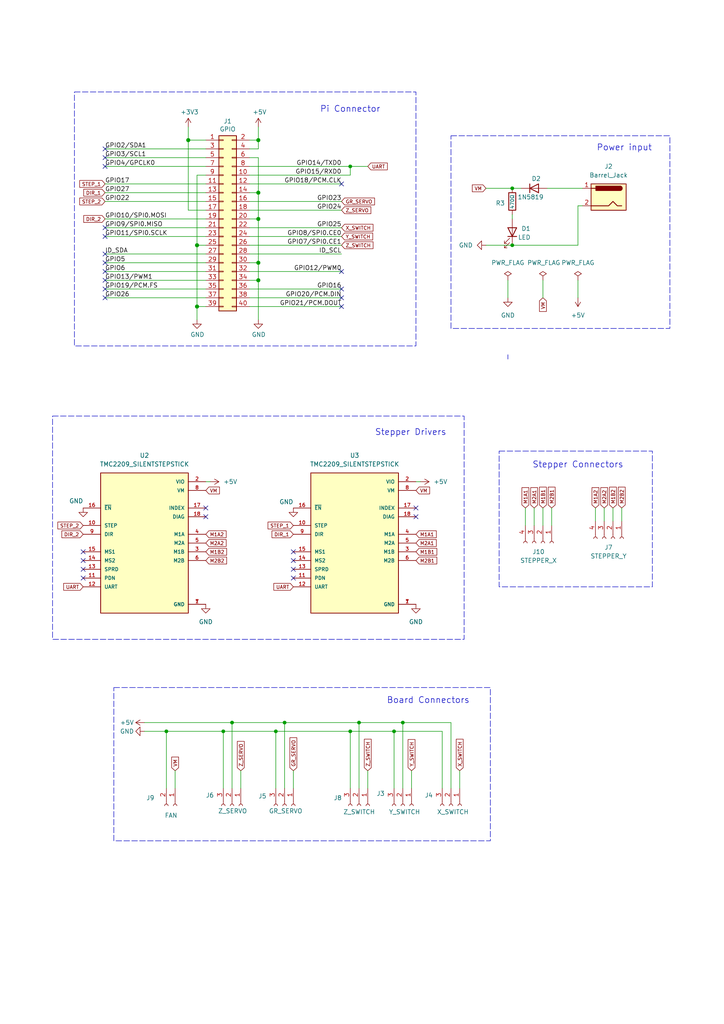
<source format=kicad_sch>
(kicad_sch
	(version 20231120)
	(generator "eeschema")
	(generator_version "8.0")
	(uuid "e63e39d7-6ac0-4ffd-8aa3-1841a4541b55")
	(paper "A4" portrait)
	(title_block
		(title "PI_HAT")
		(date "15 juin2024")
		(company "ASQII")
	)
	(lib_symbols
		(symbol "+5V_1"
			(power)
			(pin_numbers hide)
			(pin_names
				(offset 0) hide)
			(exclude_from_sim no)
			(in_bom yes)
			(on_board yes)
			(property "Reference" "#PWR"
				(at 0 -3.81 0)
				(effects
					(font
						(size 1.27 1.27)
					)
					(hide yes)
				)
			)
			(property "Value" "+5V"
				(at 0 3.556 0)
				(effects
					(font
						(size 1.27 1.27)
					)
				)
			)
			(property "Footprint" ""
				(at 0 0 0)
				(effects
					(font
						(size 1.27 1.27)
					)
					(hide yes)
				)
			)
			(property "Datasheet" ""
				(at 0 0 0)
				(effects
					(font
						(size 1.27 1.27)
					)
					(hide yes)
				)
			)
			(property "Description" "Power symbol creates a global label with name \"+5V\""
				(at 0 0 0)
				(effects
					(font
						(size 1.27 1.27)
					)
					(hide yes)
				)
			)
			(property "ki_keywords" "global power"
				(at 0 0 0)
				(effects
					(font
						(size 1.27 1.27)
					)
					(hide yes)
				)
			)
			(symbol "+5V_1_0_1"
				(polyline
					(pts
						(xy -0.762 1.27) (xy 0 2.54)
					)
					(stroke
						(width 0)
						(type default)
					)
					(fill
						(type none)
					)
				)
				(polyline
					(pts
						(xy 0 0) (xy 0 2.54)
					)
					(stroke
						(width 0)
						(type default)
					)
					(fill
						(type none)
					)
				)
				(polyline
					(pts
						(xy 0 2.54) (xy 0.762 1.27)
					)
					(stroke
						(width 0)
						(type default)
					)
					(fill
						(type none)
					)
				)
			)
			(symbol "+5V_1_1_1"
				(pin power_in line
					(at 0 0 90)
					(length 0)
					(name "~"
						(effects
							(font
								(size 1.27 1.27)
							)
						)
					)
					(number "1"
						(effects
							(font
								(size 1.27 1.27)
							)
						)
					)
				)
			)
		)
		(symbol "+5V_2"
			(power)
			(pin_numbers hide)
			(pin_names
				(offset 0) hide)
			(exclude_from_sim no)
			(in_bom yes)
			(on_board yes)
			(property "Reference" "#PWR"
				(at 0 -3.81 0)
				(effects
					(font
						(size 1.27 1.27)
					)
					(hide yes)
				)
			)
			(property "Value" "+5V"
				(at 0 3.556 0)
				(effects
					(font
						(size 1.27 1.27)
					)
				)
			)
			(property "Footprint" ""
				(at 0 0 0)
				(effects
					(font
						(size 1.27 1.27)
					)
					(hide yes)
				)
			)
			(property "Datasheet" ""
				(at 0 0 0)
				(effects
					(font
						(size 1.27 1.27)
					)
					(hide yes)
				)
			)
			(property "Description" "Power symbol creates a global label with name \"+5V\""
				(at 0 0 0)
				(effects
					(font
						(size 1.27 1.27)
					)
					(hide yes)
				)
			)
			(property "ki_keywords" "global power"
				(at 0 0 0)
				(effects
					(font
						(size 1.27 1.27)
					)
					(hide yes)
				)
			)
			(symbol "+5V_2_0_1"
				(polyline
					(pts
						(xy -0.762 1.27) (xy 0 2.54)
					)
					(stroke
						(width 0)
						(type default)
					)
					(fill
						(type none)
					)
				)
				(polyline
					(pts
						(xy 0 0) (xy 0 2.54)
					)
					(stroke
						(width 0)
						(type default)
					)
					(fill
						(type none)
					)
				)
				(polyline
					(pts
						(xy 0 2.54) (xy 0.762 1.27)
					)
					(stroke
						(width 0)
						(type default)
					)
					(fill
						(type none)
					)
				)
			)
			(symbol "+5V_2_1_1"
				(pin power_in line
					(at 0 0 90)
					(length 0)
					(name "~"
						(effects
							(font
								(size 1.27 1.27)
							)
						)
					)
					(number "1"
						(effects
							(font
								(size 1.27 1.27)
							)
						)
					)
				)
			)
		)
		(symbol "Connector:Barrel_Jack"
			(pin_names
				(offset 1.016)
			)
			(exclude_from_sim no)
			(in_bom yes)
			(on_board yes)
			(property "Reference" "J"
				(at 0 5.334 0)
				(effects
					(font
						(size 1.27 1.27)
					)
				)
			)
			(property "Value" "Barrel_Jack"
				(at 0 -5.08 0)
				(effects
					(font
						(size 1.27 1.27)
					)
				)
			)
			(property "Footprint" ""
				(at 1.27 -1.016 0)
				(effects
					(font
						(size 1.27 1.27)
					)
					(hide yes)
				)
			)
			(property "Datasheet" "~"
				(at 1.27 -1.016 0)
				(effects
					(font
						(size 1.27 1.27)
					)
					(hide yes)
				)
			)
			(property "Description" "DC Barrel Jack"
				(at 0 0 0)
				(effects
					(font
						(size 1.27 1.27)
					)
					(hide yes)
				)
			)
			(property "ki_keywords" "DC power barrel jack connector"
				(at 0 0 0)
				(effects
					(font
						(size 1.27 1.27)
					)
					(hide yes)
				)
			)
			(property "ki_fp_filters" "BarrelJack*"
				(at 0 0 0)
				(effects
					(font
						(size 1.27 1.27)
					)
					(hide yes)
				)
			)
			(symbol "Barrel_Jack_0_1"
				(rectangle
					(start -5.08 3.81)
					(end 5.08 -3.81)
					(stroke
						(width 0.254)
						(type default)
					)
					(fill
						(type background)
					)
				)
				(arc
					(start -3.302 3.175)
					(mid -3.9343 2.54)
					(end -3.302 1.905)
					(stroke
						(width 0.254)
						(type default)
					)
					(fill
						(type none)
					)
				)
				(arc
					(start -3.302 3.175)
					(mid -3.9343 2.54)
					(end -3.302 1.905)
					(stroke
						(width 0.254)
						(type default)
					)
					(fill
						(type outline)
					)
				)
				(polyline
					(pts
						(xy 5.08 2.54) (xy 3.81 2.54)
					)
					(stroke
						(width 0.254)
						(type default)
					)
					(fill
						(type none)
					)
				)
				(polyline
					(pts
						(xy -3.81 -2.54) (xy -2.54 -2.54) (xy -1.27 -1.27) (xy 0 -2.54) (xy 2.54 -2.54) (xy 5.08 -2.54)
					)
					(stroke
						(width 0.254)
						(type default)
					)
					(fill
						(type none)
					)
				)
				(rectangle
					(start 3.683 3.175)
					(end -3.302 1.905)
					(stroke
						(width 0.254)
						(type default)
					)
					(fill
						(type outline)
					)
				)
			)
			(symbol "Barrel_Jack_1_1"
				(pin passive line
					(at 7.62 2.54 180)
					(length 2.54)
					(name "~"
						(effects
							(font
								(size 1.27 1.27)
							)
						)
					)
					(number "1"
						(effects
							(font
								(size 1.27 1.27)
							)
						)
					)
				)
				(pin passive line
					(at 7.62 -2.54 180)
					(length 2.54)
					(name "~"
						(effects
							(font
								(size 1.27 1.27)
							)
						)
					)
					(number "2"
						(effects
							(font
								(size 1.27 1.27)
							)
						)
					)
				)
			)
		)
		(symbol "Connector:Conn_01x02_Socket"
			(pin_names
				(offset 1.016) hide)
			(exclude_from_sim no)
			(in_bom yes)
			(on_board yes)
			(property "Reference" "J"
				(at 0 2.54 0)
				(effects
					(font
						(size 1.27 1.27)
					)
				)
			)
			(property "Value" "Conn_01x02_Socket"
				(at 0 -5.08 0)
				(effects
					(font
						(size 1.27 1.27)
					)
				)
			)
			(property "Footprint" ""
				(at 0 0 0)
				(effects
					(font
						(size 1.27 1.27)
					)
					(hide yes)
				)
			)
			(property "Datasheet" "~"
				(at 0 0 0)
				(effects
					(font
						(size 1.27 1.27)
					)
					(hide yes)
				)
			)
			(property "Description" "Generic connector, single row, 01x02, script generated"
				(at 0 0 0)
				(effects
					(font
						(size 1.27 1.27)
					)
					(hide yes)
				)
			)
			(property "ki_locked" ""
				(at 0 0 0)
				(effects
					(font
						(size 1.27 1.27)
					)
				)
			)
			(property "ki_keywords" "connector"
				(at 0 0 0)
				(effects
					(font
						(size 1.27 1.27)
					)
					(hide yes)
				)
			)
			(property "ki_fp_filters" "Connector*:*_1x??_*"
				(at 0 0 0)
				(effects
					(font
						(size 1.27 1.27)
					)
					(hide yes)
				)
			)
			(symbol "Conn_01x02_Socket_1_1"
				(arc
					(start 0 -2.032)
					(mid -0.5058 -2.54)
					(end 0 -3.048)
					(stroke
						(width 0.1524)
						(type default)
					)
					(fill
						(type none)
					)
				)
				(polyline
					(pts
						(xy -1.27 -2.54) (xy -0.508 -2.54)
					)
					(stroke
						(width 0.1524)
						(type default)
					)
					(fill
						(type none)
					)
				)
				(polyline
					(pts
						(xy -1.27 0) (xy -0.508 0)
					)
					(stroke
						(width 0.1524)
						(type default)
					)
					(fill
						(type none)
					)
				)
				(arc
					(start 0 0.508)
					(mid -0.5058 0)
					(end 0 -0.508)
					(stroke
						(width 0.1524)
						(type default)
					)
					(fill
						(type none)
					)
				)
				(pin passive line
					(at -5.08 0 0)
					(length 3.81)
					(name "Pin_1"
						(effects
							(font
								(size 1.27 1.27)
							)
						)
					)
					(number "1"
						(effects
							(font
								(size 1.27 1.27)
							)
						)
					)
				)
				(pin passive line
					(at -5.08 -2.54 0)
					(length 3.81)
					(name "Pin_2"
						(effects
							(font
								(size 1.27 1.27)
							)
						)
					)
					(number "2"
						(effects
							(font
								(size 1.27 1.27)
							)
						)
					)
				)
			)
		)
		(symbol "Connector:Conn_01x03_Socket"
			(pin_names
				(offset 1.016) hide)
			(exclude_from_sim no)
			(in_bom yes)
			(on_board yes)
			(property "Reference" "J"
				(at 0 5.08 0)
				(effects
					(font
						(size 1.27 1.27)
					)
				)
			)
			(property "Value" "Conn_01x03_Socket"
				(at 0 -5.08 0)
				(effects
					(font
						(size 1.27 1.27)
					)
				)
			)
			(property "Footprint" ""
				(at 0 0 0)
				(effects
					(font
						(size 1.27 1.27)
					)
					(hide yes)
				)
			)
			(property "Datasheet" "~"
				(at 0 0 0)
				(effects
					(font
						(size 1.27 1.27)
					)
					(hide yes)
				)
			)
			(property "Description" "Generic connector, single row, 01x03, script generated"
				(at 0 0 0)
				(effects
					(font
						(size 1.27 1.27)
					)
					(hide yes)
				)
			)
			(property "ki_locked" ""
				(at 0 0 0)
				(effects
					(font
						(size 1.27 1.27)
					)
				)
			)
			(property "ki_keywords" "connector"
				(at 0 0 0)
				(effects
					(font
						(size 1.27 1.27)
					)
					(hide yes)
				)
			)
			(property "ki_fp_filters" "Connector*:*_1x??_*"
				(at 0 0 0)
				(effects
					(font
						(size 1.27 1.27)
					)
					(hide yes)
				)
			)
			(symbol "Conn_01x03_Socket_1_1"
				(arc
					(start 0 -2.032)
					(mid -0.5058 -2.54)
					(end 0 -3.048)
					(stroke
						(width 0.1524)
						(type default)
					)
					(fill
						(type none)
					)
				)
				(polyline
					(pts
						(xy -1.27 -2.54) (xy -0.508 -2.54)
					)
					(stroke
						(width 0.1524)
						(type default)
					)
					(fill
						(type none)
					)
				)
				(polyline
					(pts
						(xy -1.27 0) (xy -0.508 0)
					)
					(stroke
						(width 0.1524)
						(type default)
					)
					(fill
						(type none)
					)
				)
				(polyline
					(pts
						(xy -1.27 2.54) (xy -0.508 2.54)
					)
					(stroke
						(width 0.1524)
						(type default)
					)
					(fill
						(type none)
					)
				)
				(arc
					(start 0 0.508)
					(mid -0.5058 0)
					(end 0 -0.508)
					(stroke
						(width 0.1524)
						(type default)
					)
					(fill
						(type none)
					)
				)
				(arc
					(start 0 3.048)
					(mid -0.5058 2.54)
					(end 0 2.032)
					(stroke
						(width 0.1524)
						(type default)
					)
					(fill
						(type none)
					)
				)
				(pin passive line
					(at -5.08 2.54 0)
					(length 3.81)
					(name "Pin_1"
						(effects
							(font
								(size 1.27 1.27)
							)
						)
					)
					(number "1"
						(effects
							(font
								(size 1.27 1.27)
							)
						)
					)
				)
				(pin passive line
					(at -5.08 0 0)
					(length 3.81)
					(name "Pin_2"
						(effects
							(font
								(size 1.27 1.27)
							)
						)
					)
					(number "2"
						(effects
							(font
								(size 1.27 1.27)
							)
						)
					)
				)
				(pin passive line
					(at -5.08 -2.54 0)
					(length 3.81)
					(name "Pin_3"
						(effects
							(font
								(size 1.27 1.27)
							)
						)
					)
					(number "3"
						(effects
							(font
								(size 1.27 1.27)
							)
						)
					)
				)
			)
		)
		(symbol "Connector:Conn_01x04_Socket"
			(pin_names
				(offset 1.016) hide)
			(exclude_from_sim no)
			(in_bom yes)
			(on_board yes)
			(property "Reference" "J"
				(at 0 5.08 0)
				(effects
					(font
						(size 1.27 1.27)
					)
				)
			)
			(property "Value" "Conn_01x04_Socket"
				(at 0 -7.62 0)
				(effects
					(font
						(size 1.27 1.27)
					)
				)
			)
			(property "Footprint" ""
				(at 0 0 0)
				(effects
					(font
						(size 1.27 1.27)
					)
					(hide yes)
				)
			)
			(property "Datasheet" "~"
				(at 0 0 0)
				(effects
					(font
						(size 1.27 1.27)
					)
					(hide yes)
				)
			)
			(property "Description" "Generic connector, single row, 01x04, script generated"
				(at 0 0 0)
				(effects
					(font
						(size 1.27 1.27)
					)
					(hide yes)
				)
			)
			(property "ki_locked" ""
				(at 0 0 0)
				(effects
					(font
						(size 1.27 1.27)
					)
				)
			)
			(property "ki_keywords" "connector"
				(at 0 0 0)
				(effects
					(font
						(size 1.27 1.27)
					)
					(hide yes)
				)
			)
			(property "ki_fp_filters" "Connector*:*_1x??_*"
				(at 0 0 0)
				(effects
					(font
						(size 1.27 1.27)
					)
					(hide yes)
				)
			)
			(symbol "Conn_01x04_Socket_1_1"
				(arc
					(start 0 -4.572)
					(mid -0.5058 -5.08)
					(end 0 -5.588)
					(stroke
						(width 0.1524)
						(type default)
					)
					(fill
						(type none)
					)
				)
				(arc
					(start 0 -2.032)
					(mid -0.5058 -2.54)
					(end 0 -3.048)
					(stroke
						(width 0.1524)
						(type default)
					)
					(fill
						(type none)
					)
				)
				(polyline
					(pts
						(xy -1.27 -5.08) (xy -0.508 -5.08)
					)
					(stroke
						(width 0.1524)
						(type default)
					)
					(fill
						(type none)
					)
				)
				(polyline
					(pts
						(xy -1.27 -2.54) (xy -0.508 -2.54)
					)
					(stroke
						(width 0.1524)
						(type default)
					)
					(fill
						(type none)
					)
				)
				(polyline
					(pts
						(xy -1.27 0) (xy -0.508 0)
					)
					(stroke
						(width 0.1524)
						(type default)
					)
					(fill
						(type none)
					)
				)
				(polyline
					(pts
						(xy -1.27 2.54) (xy -0.508 2.54)
					)
					(stroke
						(width 0.1524)
						(type default)
					)
					(fill
						(type none)
					)
				)
				(arc
					(start 0 0.508)
					(mid -0.5058 0)
					(end 0 -0.508)
					(stroke
						(width 0.1524)
						(type default)
					)
					(fill
						(type none)
					)
				)
				(arc
					(start 0 3.048)
					(mid -0.5058 2.54)
					(end 0 2.032)
					(stroke
						(width 0.1524)
						(type default)
					)
					(fill
						(type none)
					)
				)
				(pin passive line
					(at -5.08 2.54 0)
					(length 3.81)
					(name "Pin_1"
						(effects
							(font
								(size 1.27 1.27)
							)
						)
					)
					(number "1"
						(effects
							(font
								(size 1.27 1.27)
							)
						)
					)
				)
				(pin passive line
					(at -5.08 0 0)
					(length 3.81)
					(name "Pin_2"
						(effects
							(font
								(size 1.27 1.27)
							)
						)
					)
					(number "2"
						(effects
							(font
								(size 1.27 1.27)
							)
						)
					)
				)
				(pin passive line
					(at -5.08 -2.54 0)
					(length 3.81)
					(name "Pin_3"
						(effects
							(font
								(size 1.27 1.27)
							)
						)
					)
					(number "3"
						(effects
							(font
								(size 1.27 1.27)
							)
						)
					)
				)
				(pin passive line
					(at -5.08 -5.08 0)
					(length 3.81)
					(name "Pin_4"
						(effects
							(font
								(size 1.27 1.27)
							)
						)
					)
					(number "4"
						(effects
							(font
								(size 1.27 1.27)
							)
						)
					)
				)
			)
		)
		(symbol "Connector_Generic:Conn_02x20_Odd_Even"
			(pin_names
				(offset 1.016) hide)
			(exclude_from_sim no)
			(in_bom yes)
			(on_board yes)
			(property "Reference" "J"
				(at 1.27 25.4 0)
				(effects
					(font
						(size 1.27 1.27)
					)
				)
			)
			(property "Value" "Conn_02x20_Odd_Even"
				(at 1.27 -27.94 0)
				(effects
					(font
						(size 1.27 1.27)
					)
				)
			)
			(property "Footprint" ""
				(at 0 0 0)
				(effects
					(font
						(size 1.27 1.27)
					)
					(hide yes)
				)
			)
			(property "Datasheet" "~"
				(at 0 0 0)
				(effects
					(font
						(size 1.27 1.27)
					)
					(hide yes)
				)
			)
			(property "Description" "Generic connector, double row, 02x20, odd/even pin numbering scheme (row 1 odd numbers, row 2 even numbers), script generated (kicad-library-utils/schlib/autogen/connector/)"
				(at 0 0 0)
				(effects
					(font
						(size 1.27 1.27)
					)
					(hide yes)
				)
			)
			(property "ki_keywords" "connector"
				(at 0 0 0)
				(effects
					(font
						(size 1.27 1.27)
					)
					(hide yes)
				)
			)
			(property "ki_fp_filters" "Connector*:*_2x??_*"
				(at 0 0 0)
				(effects
					(font
						(size 1.27 1.27)
					)
					(hide yes)
				)
			)
			(symbol "Conn_02x20_Odd_Even_1_1"
				(rectangle
					(start -1.27 -25.273)
					(end 0 -25.527)
					(stroke
						(width 0.1524)
						(type default)
					)
					(fill
						(type none)
					)
				)
				(rectangle
					(start -1.27 -22.733)
					(end 0 -22.987)
					(stroke
						(width 0.1524)
						(type default)
					)
					(fill
						(type none)
					)
				)
				(rectangle
					(start -1.27 -20.193)
					(end 0 -20.447)
					(stroke
						(width 0.1524)
						(type default)
					)
					(fill
						(type none)
					)
				)
				(rectangle
					(start -1.27 -17.653)
					(end 0 -17.907)
					(stroke
						(width 0.1524)
						(type default)
					)
					(fill
						(type none)
					)
				)
				(rectangle
					(start -1.27 -15.113)
					(end 0 -15.367)
					(stroke
						(width 0.1524)
						(type default)
					)
					(fill
						(type none)
					)
				)
				(rectangle
					(start -1.27 -12.573)
					(end 0 -12.827)
					(stroke
						(width 0.1524)
						(type default)
					)
					(fill
						(type none)
					)
				)
				(rectangle
					(start -1.27 -10.033)
					(end 0 -10.287)
					(stroke
						(width 0.1524)
						(type default)
					)
					(fill
						(type none)
					)
				)
				(rectangle
					(start -1.27 -7.493)
					(end 0 -7.747)
					(stroke
						(width 0.1524)
						(type default)
					)
					(fill
						(type none)
					)
				)
				(rectangle
					(start -1.27 -4.953)
					(end 0 -5.207)
					(stroke
						(width 0.1524)
						(type default)
					)
					(fill
						(type none)
					)
				)
				(rectangle
					(start -1.27 -2.413)
					(end 0 -2.667)
					(stroke
						(width 0.1524)
						(type default)
					)
					(fill
						(type none)
					)
				)
				(rectangle
					(start -1.27 0.127)
					(end 0 -0.127)
					(stroke
						(width 0.1524)
						(type default)
					)
					(fill
						(type none)
					)
				)
				(rectangle
					(start -1.27 2.667)
					(end 0 2.413)
					(stroke
						(width 0.1524)
						(type default)
					)
					(fill
						(type none)
					)
				)
				(rectangle
					(start -1.27 5.207)
					(end 0 4.953)
					(stroke
						(width 0.1524)
						(type default)
					)
					(fill
						(type none)
					)
				)
				(rectangle
					(start -1.27 7.747)
					(end 0 7.493)
					(stroke
						(width 0.1524)
						(type default)
					)
					(fill
						(type none)
					)
				)
				(rectangle
					(start -1.27 10.287)
					(end 0 10.033)
					(stroke
						(width 0.1524)
						(type default)
					)
					(fill
						(type none)
					)
				)
				(rectangle
					(start -1.27 12.827)
					(end 0 12.573)
					(stroke
						(width 0.1524)
						(type default)
					)
					(fill
						(type none)
					)
				)
				(rectangle
					(start -1.27 15.367)
					(end 0 15.113)
					(stroke
						(width 0.1524)
						(type default)
					)
					(fill
						(type none)
					)
				)
				(rectangle
					(start -1.27 17.907)
					(end 0 17.653)
					(stroke
						(width 0.1524)
						(type default)
					)
					(fill
						(type none)
					)
				)
				(rectangle
					(start -1.27 20.447)
					(end 0 20.193)
					(stroke
						(width 0.1524)
						(type default)
					)
					(fill
						(type none)
					)
				)
				(rectangle
					(start -1.27 22.987)
					(end 0 22.733)
					(stroke
						(width 0.1524)
						(type default)
					)
					(fill
						(type none)
					)
				)
				(rectangle
					(start -1.27 24.13)
					(end 3.81 -26.67)
					(stroke
						(width 0.254)
						(type default)
					)
					(fill
						(type background)
					)
				)
				(rectangle
					(start 3.81 -25.273)
					(end 2.54 -25.527)
					(stroke
						(width 0.1524)
						(type default)
					)
					(fill
						(type none)
					)
				)
				(rectangle
					(start 3.81 -22.733)
					(end 2.54 -22.987)
					(stroke
						(width 0.1524)
						(type default)
					)
					(fill
						(type none)
					)
				)
				(rectangle
					(start 3.81 -20.193)
					(end 2.54 -20.447)
					(stroke
						(width 0.1524)
						(type default)
					)
					(fill
						(type none)
					)
				)
				(rectangle
					(start 3.81 -17.653)
					(end 2.54 -17.907)
					(stroke
						(width 0.1524)
						(type default)
					)
					(fill
						(type none)
					)
				)
				(rectangle
					(start 3.81 -15.113)
					(end 2.54 -15.367)
					(stroke
						(width 0.1524)
						(type default)
					)
					(fill
						(type none)
					)
				)
				(rectangle
					(start 3.81 -12.573)
					(end 2.54 -12.827)
					(stroke
						(width 0.1524)
						(type default)
					)
					(fill
						(type none)
					)
				)
				(rectangle
					(start 3.81 -10.033)
					(end 2.54 -10.287)
					(stroke
						(width 0.1524)
						(type default)
					)
					(fill
						(type none)
					)
				)
				(rectangle
					(start 3.81 -7.493)
					(end 2.54 -7.747)
					(stroke
						(width 0.1524)
						(type default)
					)
					(fill
						(type none)
					)
				)
				(rectangle
					(start 3.81 -4.953)
					(end 2.54 -5.207)
					(stroke
						(width 0.1524)
						(type default)
					)
					(fill
						(type none)
					)
				)
				(rectangle
					(start 3.81 -2.413)
					(end 2.54 -2.667)
					(stroke
						(width 0.1524)
						(type default)
					)
					(fill
						(type none)
					)
				)
				(rectangle
					(start 3.81 0.127)
					(end 2.54 -0.127)
					(stroke
						(width 0.1524)
						(type default)
					)
					(fill
						(type none)
					)
				)
				(rectangle
					(start 3.81 2.667)
					(end 2.54 2.413)
					(stroke
						(width 0.1524)
						(type default)
					)
					(fill
						(type none)
					)
				)
				(rectangle
					(start 3.81 5.207)
					(end 2.54 4.953)
					(stroke
						(width 0.1524)
						(type default)
					)
					(fill
						(type none)
					)
				)
				(rectangle
					(start 3.81 7.747)
					(end 2.54 7.493)
					(stroke
						(width 0.1524)
						(type default)
					)
					(fill
						(type none)
					)
				)
				(rectangle
					(start 3.81 10.287)
					(end 2.54 10.033)
					(stroke
						(width 0.1524)
						(type default)
					)
					(fill
						(type none)
					)
				)
				(rectangle
					(start 3.81 12.827)
					(end 2.54 12.573)
					(stroke
						(width 0.1524)
						(type default)
					)
					(fill
						(type none)
					)
				)
				(rectangle
					(start 3.81 15.367)
					(end 2.54 15.113)
					(stroke
						(width 0.1524)
						(type default)
					)
					(fill
						(type none)
					)
				)
				(rectangle
					(start 3.81 17.907)
					(end 2.54 17.653)
					(stroke
						(width 0.1524)
						(type default)
					)
					(fill
						(type none)
					)
				)
				(rectangle
					(start 3.81 20.447)
					(end 2.54 20.193)
					(stroke
						(width 0.1524)
						(type default)
					)
					(fill
						(type none)
					)
				)
				(rectangle
					(start 3.81 22.987)
					(end 2.54 22.733)
					(stroke
						(width 0.1524)
						(type default)
					)
					(fill
						(type none)
					)
				)
				(pin passive line
					(at -5.08 22.86 0)
					(length 3.81)
					(name "Pin_1"
						(effects
							(font
								(size 1.27 1.27)
							)
						)
					)
					(number "1"
						(effects
							(font
								(size 1.27 1.27)
							)
						)
					)
				)
				(pin passive line
					(at 7.62 12.7 180)
					(length 3.81)
					(name "Pin_10"
						(effects
							(font
								(size 1.27 1.27)
							)
						)
					)
					(number "10"
						(effects
							(font
								(size 1.27 1.27)
							)
						)
					)
				)
				(pin passive line
					(at -5.08 10.16 0)
					(length 3.81)
					(name "Pin_11"
						(effects
							(font
								(size 1.27 1.27)
							)
						)
					)
					(number "11"
						(effects
							(font
								(size 1.27 1.27)
							)
						)
					)
				)
				(pin passive line
					(at 7.62 10.16 180)
					(length 3.81)
					(name "Pin_12"
						(effects
							(font
								(size 1.27 1.27)
							)
						)
					)
					(number "12"
						(effects
							(font
								(size 1.27 1.27)
							)
						)
					)
				)
				(pin passive line
					(at -5.08 7.62 0)
					(length 3.81)
					(name "Pin_13"
						(effects
							(font
								(size 1.27 1.27)
							)
						)
					)
					(number "13"
						(effects
							(font
								(size 1.27 1.27)
							)
						)
					)
				)
				(pin passive line
					(at 7.62 7.62 180)
					(length 3.81)
					(name "Pin_14"
						(effects
							(font
								(size 1.27 1.27)
							)
						)
					)
					(number "14"
						(effects
							(font
								(size 1.27 1.27)
							)
						)
					)
				)
				(pin passive line
					(at -5.08 5.08 0)
					(length 3.81)
					(name "Pin_15"
						(effects
							(font
								(size 1.27 1.27)
							)
						)
					)
					(number "15"
						(effects
							(font
								(size 1.27 1.27)
							)
						)
					)
				)
				(pin passive line
					(at 7.62 5.08 180)
					(length 3.81)
					(name "Pin_16"
						(effects
							(font
								(size 1.27 1.27)
							)
						)
					)
					(number "16"
						(effects
							(font
								(size 1.27 1.27)
							)
						)
					)
				)
				(pin passive line
					(at -5.08 2.54 0)
					(length 3.81)
					(name "Pin_17"
						(effects
							(font
								(size 1.27 1.27)
							)
						)
					)
					(number "17"
						(effects
							(font
								(size 1.27 1.27)
							)
						)
					)
				)
				(pin passive line
					(at 7.62 2.54 180)
					(length 3.81)
					(name "Pin_18"
						(effects
							(font
								(size 1.27 1.27)
							)
						)
					)
					(number "18"
						(effects
							(font
								(size 1.27 1.27)
							)
						)
					)
				)
				(pin passive line
					(at -5.08 0 0)
					(length 3.81)
					(name "Pin_19"
						(effects
							(font
								(size 1.27 1.27)
							)
						)
					)
					(number "19"
						(effects
							(font
								(size 1.27 1.27)
							)
						)
					)
				)
				(pin passive line
					(at 7.62 22.86 180)
					(length 3.81)
					(name "Pin_2"
						(effects
							(font
								(size 1.27 1.27)
							)
						)
					)
					(number "2"
						(effects
							(font
								(size 1.27 1.27)
							)
						)
					)
				)
				(pin passive line
					(at 7.62 0 180)
					(length 3.81)
					(name "Pin_20"
						(effects
							(font
								(size 1.27 1.27)
							)
						)
					)
					(number "20"
						(effects
							(font
								(size 1.27 1.27)
							)
						)
					)
				)
				(pin passive line
					(at -5.08 -2.54 0)
					(length 3.81)
					(name "Pin_21"
						(effects
							(font
								(size 1.27 1.27)
							)
						)
					)
					(number "21"
						(effects
							(font
								(size 1.27 1.27)
							)
						)
					)
				)
				(pin passive line
					(at 7.62 -2.54 180)
					(length 3.81)
					(name "Pin_22"
						(effects
							(font
								(size 1.27 1.27)
							)
						)
					)
					(number "22"
						(effects
							(font
								(size 1.27 1.27)
							)
						)
					)
				)
				(pin passive line
					(at -5.08 -5.08 0)
					(length 3.81)
					(name "Pin_23"
						(effects
							(font
								(size 1.27 1.27)
							)
						)
					)
					(number "23"
						(effects
							(font
								(size 1.27 1.27)
							)
						)
					)
				)
				(pin passive line
					(at 7.62 -5.08 180)
					(length 3.81)
					(name "Pin_24"
						(effects
							(font
								(size 1.27 1.27)
							)
						)
					)
					(number "24"
						(effects
							(font
								(size 1.27 1.27)
							)
						)
					)
				)
				(pin passive line
					(at -5.08 -7.62 0)
					(length 3.81)
					(name "Pin_25"
						(effects
							(font
								(size 1.27 1.27)
							)
						)
					)
					(number "25"
						(effects
							(font
								(size 1.27 1.27)
							)
						)
					)
				)
				(pin passive line
					(at 7.62 -7.62 180)
					(length 3.81)
					(name "Pin_26"
						(effects
							(font
								(size 1.27 1.27)
							)
						)
					)
					(number "26"
						(effects
							(font
								(size 1.27 1.27)
							)
						)
					)
				)
				(pin passive line
					(at -5.08 -10.16 0)
					(length 3.81)
					(name "Pin_27"
						(effects
							(font
								(size 1.27 1.27)
							)
						)
					)
					(number "27"
						(effects
							(font
								(size 1.27 1.27)
							)
						)
					)
				)
				(pin passive line
					(at 7.62 -10.16 180)
					(length 3.81)
					(name "Pin_28"
						(effects
							(font
								(size 1.27 1.27)
							)
						)
					)
					(number "28"
						(effects
							(font
								(size 1.27 1.27)
							)
						)
					)
				)
				(pin passive line
					(at -5.08 -12.7 0)
					(length 3.81)
					(name "Pin_29"
						(effects
							(font
								(size 1.27 1.27)
							)
						)
					)
					(number "29"
						(effects
							(font
								(size 1.27 1.27)
							)
						)
					)
				)
				(pin passive line
					(at -5.08 20.32 0)
					(length 3.81)
					(name "Pin_3"
						(effects
							(font
								(size 1.27 1.27)
							)
						)
					)
					(number "3"
						(effects
							(font
								(size 1.27 1.27)
							)
						)
					)
				)
				(pin passive line
					(at 7.62 -12.7 180)
					(length 3.81)
					(name "Pin_30"
						(effects
							(font
								(size 1.27 1.27)
							)
						)
					)
					(number "30"
						(effects
							(font
								(size 1.27 1.27)
							)
						)
					)
				)
				(pin passive line
					(at -5.08 -15.24 0)
					(length 3.81)
					(name "Pin_31"
						(effects
							(font
								(size 1.27 1.27)
							)
						)
					)
					(number "31"
						(effects
							(font
								(size 1.27 1.27)
							)
						)
					)
				)
				(pin passive line
					(at 7.62 -15.24 180)
					(length 3.81)
					(name "Pin_32"
						(effects
							(font
								(size 1.27 1.27)
							)
						)
					)
					(number "32"
						(effects
							(font
								(size 1.27 1.27)
							)
						)
					)
				)
				(pin passive line
					(at -5.08 -17.78 0)
					(length 3.81)
					(name "Pin_33"
						(effects
							(font
								(size 1.27 1.27)
							)
						)
					)
					(number "33"
						(effects
							(font
								(size 1.27 1.27)
							)
						)
					)
				)
				(pin passive line
					(at 7.62 -17.78 180)
					(length 3.81)
					(name "Pin_34"
						(effects
							(font
								(size 1.27 1.27)
							)
						)
					)
					(number "34"
						(effects
							(font
								(size 1.27 1.27)
							)
						)
					)
				)
				(pin passive line
					(at -5.08 -20.32 0)
					(length 3.81)
					(name "Pin_35"
						(effects
							(font
								(size 1.27 1.27)
							)
						)
					)
					(number "35"
						(effects
							(font
								(size 1.27 1.27)
							)
						)
					)
				)
				(pin passive line
					(at 7.62 -20.32 180)
					(length 3.81)
					(name "Pin_36"
						(effects
							(font
								(size 1.27 1.27)
							)
						)
					)
					(number "36"
						(effects
							(font
								(size 1.27 1.27)
							)
						)
					)
				)
				(pin passive line
					(at -5.08 -22.86 0)
					(length 3.81)
					(name "Pin_37"
						(effects
							(font
								(size 1.27 1.27)
							)
						)
					)
					(number "37"
						(effects
							(font
								(size 1.27 1.27)
							)
						)
					)
				)
				(pin passive line
					(at 7.62 -22.86 180)
					(length 3.81)
					(name "Pin_38"
						(effects
							(font
								(size 1.27 1.27)
							)
						)
					)
					(number "38"
						(effects
							(font
								(size 1.27 1.27)
							)
						)
					)
				)
				(pin passive line
					(at -5.08 -25.4 0)
					(length 3.81)
					(name "Pin_39"
						(effects
							(font
								(size 1.27 1.27)
							)
						)
					)
					(number "39"
						(effects
							(font
								(size 1.27 1.27)
							)
						)
					)
				)
				(pin passive line
					(at 7.62 20.32 180)
					(length 3.81)
					(name "Pin_4"
						(effects
							(font
								(size 1.27 1.27)
							)
						)
					)
					(number "4"
						(effects
							(font
								(size 1.27 1.27)
							)
						)
					)
				)
				(pin passive line
					(at 7.62 -25.4 180)
					(length 3.81)
					(name "Pin_40"
						(effects
							(font
								(size 1.27 1.27)
							)
						)
					)
					(number "40"
						(effects
							(font
								(size 1.27 1.27)
							)
						)
					)
				)
				(pin passive line
					(at -5.08 17.78 0)
					(length 3.81)
					(name "Pin_5"
						(effects
							(font
								(size 1.27 1.27)
							)
						)
					)
					(number "5"
						(effects
							(font
								(size 1.27 1.27)
							)
						)
					)
				)
				(pin passive line
					(at 7.62 17.78 180)
					(length 3.81)
					(name "Pin_6"
						(effects
							(font
								(size 1.27 1.27)
							)
						)
					)
					(number "6"
						(effects
							(font
								(size 1.27 1.27)
							)
						)
					)
				)
				(pin passive line
					(at -5.08 15.24 0)
					(length 3.81)
					(name "Pin_7"
						(effects
							(font
								(size 1.27 1.27)
							)
						)
					)
					(number "7"
						(effects
							(font
								(size 1.27 1.27)
							)
						)
					)
				)
				(pin passive line
					(at 7.62 15.24 180)
					(length 3.81)
					(name "Pin_8"
						(effects
							(font
								(size 1.27 1.27)
							)
						)
					)
					(number "8"
						(effects
							(font
								(size 1.27 1.27)
							)
						)
					)
				)
				(pin passive line
					(at -5.08 12.7 0)
					(length 3.81)
					(name "Pin_9"
						(effects
							(font
								(size 1.27 1.27)
							)
						)
					)
					(number "9"
						(effects
							(font
								(size 1.27 1.27)
							)
						)
					)
				)
			)
		)
		(symbol "Device:D"
			(pin_numbers hide)
			(pin_names
				(offset 1.016) hide)
			(exclude_from_sim no)
			(in_bom yes)
			(on_board yes)
			(property "Reference" "D"
				(at 0 2.54 0)
				(effects
					(font
						(size 1.27 1.27)
					)
				)
			)
			(property "Value" "D"
				(at 0 -2.54 0)
				(effects
					(font
						(size 1.27 1.27)
					)
				)
			)
			(property "Footprint" ""
				(at 0 0 0)
				(effects
					(font
						(size 1.27 1.27)
					)
					(hide yes)
				)
			)
			(property "Datasheet" "~"
				(at 0 0 0)
				(effects
					(font
						(size 1.27 1.27)
					)
					(hide yes)
				)
			)
			(property "Description" "Diode"
				(at 0 0 0)
				(effects
					(font
						(size 1.27 1.27)
					)
					(hide yes)
				)
			)
			(property "Sim.Device" "D"
				(at 0 0 0)
				(effects
					(font
						(size 1.27 1.27)
					)
					(hide yes)
				)
			)
			(property "Sim.Pins" "1=K 2=A"
				(at 0 0 0)
				(effects
					(font
						(size 1.27 1.27)
					)
					(hide yes)
				)
			)
			(property "ki_keywords" "diode"
				(at 0 0 0)
				(effects
					(font
						(size 1.27 1.27)
					)
					(hide yes)
				)
			)
			(property "ki_fp_filters" "TO-???* *_Diode_* *SingleDiode* D_*"
				(at 0 0 0)
				(effects
					(font
						(size 1.27 1.27)
					)
					(hide yes)
				)
			)
			(symbol "D_0_1"
				(polyline
					(pts
						(xy -1.27 1.27) (xy -1.27 -1.27)
					)
					(stroke
						(width 0.254)
						(type default)
					)
					(fill
						(type none)
					)
				)
				(polyline
					(pts
						(xy 1.27 0) (xy -1.27 0)
					)
					(stroke
						(width 0)
						(type default)
					)
					(fill
						(type none)
					)
				)
				(polyline
					(pts
						(xy 1.27 1.27) (xy 1.27 -1.27) (xy -1.27 0) (xy 1.27 1.27)
					)
					(stroke
						(width 0.254)
						(type default)
					)
					(fill
						(type none)
					)
				)
			)
			(symbol "D_1_1"
				(pin passive line
					(at -3.81 0 0)
					(length 2.54)
					(name "K"
						(effects
							(font
								(size 1.27 1.27)
							)
						)
					)
					(number "1"
						(effects
							(font
								(size 1.27 1.27)
							)
						)
					)
				)
				(pin passive line
					(at 3.81 0 180)
					(length 2.54)
					(name "A"
						(effects
							(font
								(size 1.27 1.27)
							)
						)
					)
					(number "2"
						(effects
							(font
								(size 1.27 1.27)
							)
						)
					)
				)
			)
		)
		(symbol "Device:LED"
			(pin_numbers hide)
			(pin_names
				(offset 1.016) hide)
			(exclude_from_sim no)
			(in_bom yes)
			(on_board yes)
			(property "Reference" "D"
				(at 0 2.54 0)
				(effects
					(font
						(size 1.27 1.27)
					)
				)
			)
			(property "Value" "LED"
				(at 0 -2.54 0)
				(effects
					(font
						(size 1.27 1.27)
					)
				)
			)
			(property "Footprint" ""
				(at 0 0 0)
				(effects
					(font
						(size 1.27 1.27)
					)
					(hide yes)
				)
			)
			(property "Datasheet" "~"
				(at 0 0 0)
				(effects
					(font
						(size 1.27 1.27)
					)
					(hide yes)
				)
			)
			(property "Description" "Light emitting diode"
				(at 0 0 0)
				(effects
					(font
						(size 1.27 1.27)
					)
					(hide yes)
				)
			)
			(property "ki_keywords" "LED diode"
				(at 0 0 0)
				(effects
					(font
						(size 1.27 1.27)
					)
					(hide yes)
				)
			)
			(property "ki_fp_filters" "LED* LED_SMD:* LED_THT:*"
				(at 0 0 0)
				(effects
					(font
						(size 1.27 1.27)
					)
					(hide yes)
				)
			)
			(symbol "LED_0_1"
				(polyline
					(pts
						(xy -1.27 -1.27) (xy -1.27 1.27)
					)
					(stroke
						(width 0.254)
						(type default)
					)
					(fill
						(type none)
					)
				)
				(polyline
					(pts
						(xy -1.27 0) (xy 1.27 0)
					)
					(stroke
						(width 0)
						(type default)
					)
					(fill
						(type none)
					)
				)
				(polyline
					(pts
						(xy 1.27 -1.27) (xy 1.27 1.27) (xy -1.27 0) (xy 1.27 -1.27)
					)
					(stroke
						(width 0.254)
						(type default)
					)
					(fill
						(type none)
					)
				)
				(polyline
					(pts
						(xy -3.048 -0.762) (xy -4.572 -2.286) (xy -3.81 -2.286) (xy -4.572 -2.286) (xy -4.572 -1.524)
					)
					(stroke
						(width 0)
						(type default)
					)
					(fill
						(type none)
					)
				)
				(polyline
					(pts
						(xy -1.778 -0.762) (xy -3.302 -2.286) (xy -2.54 -2.286) (xy -3.302 -2.286) (xy -3.302 -1.524)
					)
					(stroke
						(width 0)
						(type default)
					)
					(fill
						(type none)
					)
				)
			)
			(symbol "LED_1_1"
				(pin passive line
					(at -3.81 0 0)
					(length 2.54)
					(name "K"
						(effects
							(font
								(size 1.27 1.27)
							)
						)
					)
					(number "1"
						(effects
							(font
								(size 1.27 1.27)
							)
						)
					)
				)
				(pin passive line
					(at 3.81 0 180)
					(length 2.54)
					(name "A"
						(effects
							(font
								(size 1.27 1.27)
							)
						)
					)
					(number "2"
						(effects
							(font
								(size 1.27 1.27)
							)
						)
					)
				)
			)
		)
		(symbol "Device:R"
			(pin_numbers hide)
			(pin_names
				(offset 0)
			)
			(exclude_from_sim no)
			(in_bom yes)
			(on_board yes)
			(property "Reference" "R"
				(at 2.032 0 90)
				(effects
					(font
						(size 1.27 1.27)
					)
				)
			)
			(property "Value" "R"
				(at 0 0 90)
				(effects
					(font
						(size 1.27 1.27)
					)
				)
			)
			(property "Footprint" ""
				(at -1.778 0 90)
				(effects
					(font
						(size 1.27 1.27)
					)
					(hide yes)
				)
			)
			(property "Datasheet" "~"
				(at 0 0 0)
				(effects
					(font
						(size 1.27 1.27)
					)
					(hide yes)
				)
			)
			(property "Description" "Resistor"
				(at 0 0 0)
				(effects
					(font
						(size 1.27 1.27)
					)
					(hide yes)
				)
			)
			(property "ki_keywords" "R res resistor"
				(at 0 0 0)
				(effects
					(font
						(size 1.27 1.27)
					)
					(hide yes)
				)
			)
			(property "ki_fp_filters" "R_*"
				(at 0 0 0)
				(effects
					(font
						(size 1.27 1.27)
					)
					(hide yes)
				)
			)
			(symbol "R_0_1"
				(rectangle
					(start -1.016 -2.54)
					(end 1.016 2.54)
					(stroke
						(width 0.254)
						(type default)
					)
					(fill
						(type none)
					)
				)
			)
			(symbol "R_1_1"
				(pin passive line
					(at 0 3.81 270)
					(length 1.27)
					(name "~"
						(effects
							(font
								(size 1.27 1.27)
							)
						)
					)
					(number "1"
						(effects
							(font
								(size 1.27 1.27)
							)
						)
					)
				)
				(pin passive line
					(at 0 -3.81 90)
					(length 1.27)
					(name "~"
						(effects
							(font
								(size 1.27 1.27)
							)
						)
					)
					(number "2"
						(effects
							(font
								(size 1.27 1.27)
							)
						)
					)
				)
			)
		)
		(symbol "GND_1"
			(power)
			(pin_numbers hide)
			(pin_names
				(offset 0) hide)
			(exclude_from_sim no)
			(in_bom yes)
			(on_board yes)
			(property "Reference" "#PWR"
				(at 0 -6.35 0)
				(effects
					(font
						(size 1.27 1.27)
					)
					(hide yes)
				)
			)
			(property "Value" "GND"
				(at 0 -3.81 0)
				(effects
					(font
						(size 1.27 1.27)
					)
				)
			)
			(property "Footprint" ""
				(at 0 0 0)
				(effects
					(font
						(size 1.27 1.27)
					)
					(hide yes)
				)
			)
			(property "Datasheet" ""
				(at 0 0 0)
				(effects
					(font
						(size 1.27 1.27)
					)
					(hide yes)
				)
			)
			(property "Description" "Power symbol creates a global label with name \"GND\" , ground"
				(at 0 0 0)
				(effects
					(font
						(size 1.27 1.27)
					)
					(hide yes)
				)
			)
			(property "ki_keywords" "global power"
				(at 0 0 0)
				(effects
					(font
						(size 1.27 1.27)
					)
					(hide yes)
				)
			)
			(symbol "GND_1_0_1"
				(polyline
					(pts
						(xy 0 0) (xy 0 -1.27) (xy 1.27 -1.27) (xy 0 -2.54) (xy -1.27 -1.27) (xy 0 -1.27)
					)
					(stroke
						(width 0)
						(type default)
					)
					(fill
						(type none)
					)
				)
			)
			(symbol "GND_1_1_1"
				(pin power_in line
					(at 0 0 270)
					(length 0)
					(name "~"
						(effects
							(font
								(size 1.27 1.27)
							)
						)
					)
					(number "1"
						(effects
							(font
								(size 1.27 1.27)
							)
						)
					)
				)
			)
		)
		(symbol "TMC2209_SILENTSTEPSTICK:TMC2209_SILENTSTEPSTICK"
			(pin_names
				(offset 1.016)
			)
			(exclude_from_sim no)
			(in_bom yes)
			(on_board yes)
			(property "Reference" "U"
				(at -12.7 22.86 0)
				(effects
					(font
						(size 1.27 1.27)
					)
					(justify left top)
				)
			)
			(property "Value" "TMC2209_SILENTSTEPSTICK"
				(at -12.7 -22.86 0)
				(effects
					(font
						(size 1.27 1.27)
					)
					(justify left bottom)
				)
			)
			(property "Footprint" "TMC2209_SILENTSTEPSTICK:MODULE_TMC2209_SILENTSTEPSTICK"
				(at 0 0 0)
				(effects
					(font
						(size 1.27 1.27)
					)
					(justify bottom)
					(hide yes)
				)
			)
			(property "Datasheet" ""
				(at 0 0 0)
				(effects
					(font
						(size 1.27 1.27)
					)
					(hide yes)
				)
			)
			(property "Description" ""
				(at 0 0 0)
				(effects
					(font
						(size 1.27 1.27)
					)
					(hide yes)
				)
			)
			(property "MF" "Trinamic Motion Control GmbH"
				(at 0 0 0)
				(effects
					(font
						(size 1.27 1.27)
					)
					(justify bottom)
					(hide yes)
				)
			)
			(property "Description_1" "\nTMC2209 Motor Controller/Driver Power Management Evaluation Board\n"
				(at 0 0 0)
				(effects
					(font
						(size 1.27 1.27)
					)
					(justify bottom)
					(hide yes)
				)
			)
			(property "Package" "None"
				(at 0 0 0)
				(effects
					(font
						(size 1.27 1.27)
					)
					(justify bottom)
					(hide yes)
				)
			)
			(property "Price" "None"
				(at 0 0 0)
				(effects
					(font
						(size 1.27 1.27)
					)
					(justify bottom)
					(hide yes)
				)
			)
			(property "Check_prices" "https://www.snapeda.com/parts/TMC2209%20SILENTSTEPSTICK/Trinamic+Motion+Control+GmbH/view-part/?ref=eda"
				(at 0 0 0)
				(effects
					(font
						(size 1.27 1.27)
					)
					(justify bottom)
					(hide yes)
				)
			)
			(property "STANDARD" "Manufacturer Recommendations"
				(at 0 0 0)
				(effects
					(font
						(size 1.27 1.27)
					)
					(justify bottom)
					(hide yes)
				)
			)
			(property "PARTREV" "1.20"
				(at 0 0 0)
				(effects
					(font
						(size 1.27 1.27)
					)
					(justify bottom)
					(hide yes)
				)
			)
			(property "SnapEDA_Link" "https://www.snapeda.com/parts/TMC2209%20SILENTSTEPSTICK/Trinamic+Motion+Control+GmbH/view-part/?ref=snap"
				(at 0 0 0)
				(effects
					(font
						(size 1.27 1.27)
					)
					(justify bottom)
					(hide yes)
				)
			)
			(property "MP" "TMC2209 SILENTSTEPSTICK"
				(at 0 0 0)
				(effects
					(font
						(size 1.27 1.27)
					)
					(justify bottom)
					(hide yes)
				)
			)
			(property "MANUFACTURER" "Trinamic Motion Control GmbH"
				(at 0 0 0)
				(effects
					(font
						(size 1.27 1.27)
					)
					(justify bottom)
					(hide yes)
				)
			)
			(property "Availability" "In Stock"
				(at 0 0 0)
				(effects
					(font
						(size 1.27 1.27)
					)
					(justify bottom)
					(hide yes)
				)
			)
			(property "SNAPEDA_PN" "TMC2209 SILENTSTEPSTICK"
				(at 0 0 0)
				(effects
					(font
						(size 1.27 1.27)
					)
					(justify bottom)
					(hide yes)
				)
			)
			(symbol "TMC2209_SILENTSTEPSTICK_0_0"
				(rectangle
					(start -12.7 -20.32)
					(end 12.7 20.32)
					(stroke
						(width 0.254)
						(type default)
					)
					(fill
						(type background)
					)
				)
				(pin power_in line
					(at 17.78 -17.78 180)
					(length 5.08)
					(name "GND"
						(effects
							(font
								(size 1.016 1.016)
							)
						)
					)
					(number "1"
						(effects
							(font
								(size 1.016 1.016)
							)
						)
					)
				)
				(pin input line
					(at -17.78 5.08 0)
					(length 5.08)
					(name "STEP"
						(effects
							(font
								(size 1.016 1.016)
							)
						)
					)
					(number "10"
						(effects
							(font
								(size 1.016 1.016)
							)
						)
					)
				)
				(pin bidirectional line
					(at -17.78 -10.16 0)
					(length 5.08)
					(name "PDN"
						(effects
							(font
								(size 1.016 1.016)
							)
						)
					)
					(number "11"
						(effects
							(font
								(size 1.016 1.016)
							)
						)
					)
				)
				(pin bidirectional line
					(at -17.78 -12.7 0)
					(length 5.08)
					(name "UART"
						(effects
							(font
								(size 1.016 1.016)
							)
						)
					)
					(number "12"
						(effects
							(font
								(size 1.016 1.016)
							)
						)
					)
				)
				(pin input line
					(at -17.78 -7.62 0)
					(length 5.08)
					(name "SPRD"
						(effects
							(font
								(size 1.016 1.016)
							)
						)
					)
					(number "13"
						(effects
							(font
								(size 1.016 1.016)
							)
						)
					)
				)
				(pin input line
					(at -17.78 -5.08 0)
					(length 5.08)
					(name "MS2"
						(effects
							(font
								(size 1.016 1.016)
							)
						)
					)
					(number "14"
						(effects
							(font
								(size 1.016 1.016)
							)
						)
					)
				)
				(pin input line
					(at -17.78 -2.54 0)
					(length 5.08)
					(name "MS1"
						(effects
							(font
								(size 1.016 1.016)
							)
						)
					)
					(number "15"
						(effects
							(font
								(size 1.016 1.016)
							)
						)
					)
				)
				(pin input line
					(at -17.78 10.16 0)
					(length 5.08)
					(name "~{EN}"
						(effects
							(font
								(size 1.016 1.016)
							)
						)
					)
					(number "16"
						(effects
							(font
								(size 1.016 1.016)
							)
						)
					)
				)
				(pin output line
					(at 17.78 10.16 180)
					(length 5.08)
					(name "INDEX"
						(effects
							(font
								(size 1.016 1.016)
							)
						)
					)
					(number "17"
						(effects
							(font
								(size 1.016 1.016)
							)
						)
					)
				)
				(pin output line
					(at 17.78 7.62 180)
					(length 5.08)
					(name "DIAG"
						(effects
							(font
								(size 1.016 1.016)
							)
						)
					)
					(number "18"
						(effects
							(font
								(size 1.016 1.016)
							)
						)
					)
				)
				(pin power_in line
					(at 17.78 17.78 180)
					(length 5.08)
					(name "VIO"
						(effects
							(font
								(size 1.016 1.016)
							)
						)
					)
					(number "2"
						(effects
							(font
								(size 1.016 1.016)
							)
						)
					)
				)
				(pin output line
					(at 17.78 -2.54 180)
					(length 5.08)
					(name "M1B"
						(effects
							(font
								(size 1.016 1.016)
							)
						)
					)
					(number "3"
						(effects
							(font
								(size 1.016 1.016)
							)
						)
					)
				)
				(pin output line
					(at 17.78 2.54 180)
					(length 5.08)
					(name "M1A"
						(effects
							(font
								(size 1.016 1.016)
							)
						)
					)
					(number "4"
						(effects
							(font
								(size 1.016 1.016)
							)
						)
					)
				)
				(pin output line
					(at 17.78 0 180)
					(length 5.08)
					(name "M2A"
						(effects
							(font
								(size 1.016 1.016)
							)
						)
					)
					(number "5"
						(effects
							(font
								(size 1.016 1.016)
							)
						)
					)
				)
				(pin output line
					(at 17.78 -5.08 180)
					(length 5.08)
					(name "M2B"
						(effects
							(font
								(size 1.016 1.016)
							)
						)
					)
					(number "6"
						(effects
							(font
								(size 1.016 1.016)
							)
						)
					)
				)
				(pin power_in line
					(at 17.78 -17.78 180)
					(length 5.08)
					(name "GND"
						(effects
							(font
								(size 1.016 1.016)
							)
						)
					)
					(number "7"
						(effects
							(font
								(size 1.016 1.016)
							)
						)
					)
				)
				(pin power_in line
					(at 17.78 15.24 180)
					(length 5.08)
					(name "VM"
						(effects
							(font
								(size 1.016 1.016)
							)
						)
					)
					(number "8"
						(effects
							(font
								(size 1.016 1.016)
							)
						)
					)
				)
				(pin input line
					(at -17.78 2.54 0)
					(length 5.08)
					(name "DIR"
						(effects
							(font
								(size 1.016 1.016)
							)
						)
					)
					(number "9"
						(effects
							(font
								(size 1.016 1.016)
							)
						)
					)
				)
			)
		)
		(symbol "power:+3.3V"
			(power)
			(pin_names
				(offset 0)
			)
			(exclude_from_sim no)
			(in_bom yes)
			(on_board yes)
			(property "Reference" "#PWR"
				(at 0 -3.81 0)
				(effects
					(font
						(size 1.27 1.27)
					)
					(hide yes)
				)
			)
			(property "Value" "+3.3V"
				(at 0 3.556 0)
				(effects
					(font
						(size 1.27 1.27)
					)
				)
			)
			(property "Footprint" ""
				(at 0 0 0)
				(effects
					(font
						(size 1.27 1.27)
					)
					(hide yes)
				)
			)
			(property "Datasheet" ""
				(at 0 0 0)
				(effects
					(font
						(size 1.27 1.27)
					)
					(hide yes)
				)
			)
			(property "Description" "Power symbol creates a global label with name \"+3.3V\""
				(at 0 0 0)
				(effects
					(font
						(size 1.27 1.27)
					)
					(hide yes)
				)
			)
			(property "ki_keywords" "power-flag"
				(at 0 0 0)
				(effects
					(font
						(size 1.27 1.27)
					)
					(hide yes)
				)
			)
			(symbol "+3.3V_0_1"
				(polyline
					(pts
						(xy -0.762 1.27) (xy 0 2.54)
					)
					(stroke
						(width 0)
						(type default)
					)
					(fill
						(type none)
					)
				)
				(polyline
					(pts
						(xy 0 0) (xy 0 2.54)
					)
					(stroke
						(width 0)
						(type default)
					)
					(fill
						(type none)
					)
				)
				(polyline
					(pts
						(xy 0 2.54) (xy 0.762 1.27)
					)
					(stroke
						(width 0)
						(type default)
					)
					(fill
						(type none)
					)
				)
			)
			(symbol "+3.3V_1_1"
				(pin power_in line
					(at 0 0 90)
					(length 0) hide
					(name "+3V3"
						(effects
							(font
								(size 1.27 1.27)
							)
						)
					)
					(number "1"
						(effects
							(font
								(size 1.27 1.27)
							)
						)
					)
				)
			)
		)
		(symbol "power:+5V"
			(power)
			(pin_names
				(offset 0)
			)
			(exclude_from_sim no)
			(in_bom yes)
			(on_board yes)
			(property "Reference" "#PWR"
				(at 0 -3.81 0)
				(effects
					(font
						(size 1.27 1.27)
					)
					(hide yes)
				)
			)
			(property "Value" "+5V"
				(at 0 3.556 0)
				(effects
					(font
						(size 1.27 1.27)
					)
				)
			)
			(property "Footprint" ""
				(at 0 0 0)
				(effects
					(font
						(size 1.27 1.27)
					)
					(hide yes)
				)
			)
			(property "Datasheet" ""
				(at 0 0 0)
				(effects
					(font
						(size 1.27 1.27)
					)
					(hide yes)
				)
			)
			(property "Description" "Power symbol creates a global label with name \"+5V\""
				(at 0 0 0)
				(effects
					(font
						(size 1.27 1.27)
					)
					(hide yes)
				)
			)
			(property "ki_keywords" "power-flag"
				(at 0 0 0)
				(effects
					(font
						(size 1.27 1.27)
					)
					(hide yes)
				)
			)
			(symbol "+5V_0_1"
				(polyline
					(pts
						(xy -0.762 1.27) (xy 0 2.54)
					)
					(stroke
						(width 0)
						(type default)
					)
					(fill
						(type none)
					)
				)
				(polyline
					(pts
						(xy 0 0) (xy 0 2.54)
					)
					(stroke
						(width 0)
						(type default)
					)
					(fill
						(type none)
					)
				)
				(polyline
					(pts
						(xy 0 2.54) (xy 0.762 1.27)
					)
					(stroke
						(width 0)
						(type default)
					)
					(fill
						(type none)
					)
				)
			)
			(symbol "+5V_1_1"
				(pin power_in line
					(at 0 0 90)
					(length 0) hide
					(name "+5V"
						(effects
							(font
								(size 1.27 1.27)
							)
						)
					)
					(number "1"
						(effects
							(font
								(size 1.27 1.27)
							)
						)
					)
				)
			)
		)
		(symbol "power:GND"
			(power)
			(pin_names
				(offset 0)
			)
			(exclude_from_sim no)
			(in_bom yes)
			(on_board yes)
			(property "Reference" "#PWR"
				(at 0 -6.35 0)
				(effects
					(font
						(size 1.27 1.27)
					)
					(hide yes)
				)
			)
			(property "Value" "GND"
				(at 0 -3.81 0)
				(effects
					(font
						(size 1.27 1.27)
					)
				)
			)
			(property "Footprint" ""
				(at 0 0 0)
				(effects
					(font
						(size 1.27 1.27)
					)
					(hide yes)
				)
			)
			(property "Datasheet" ""
				(at 0 0 0)
				(effects
					(font
						(size 1.27 1.27)
					)
					(hide yes)
				)
			)
			(property "Description" "Power symbol creates a global label with name \"GND\" , ground"
				(at 0 0 0)
				(effects
					(font
						(size 1.27 1.27)
					)
					(hide yes)
				)
			)
			(property "ki_keywords" "power-flag"
				(at 0 0 0)
				(effects
					(font
						(size 1.27 1.27)
					)
					(hide yes)
				)
			)
			(symbol "GND_0_1"
				(polyline
					(pts
						(xy 0 0) (xy 0 -1.27) (xy 1.27 -1.27) (xy 0 -2.54) (xy -1.27 -1.27) (xy 0 -1.27)
					)
					(stroke
						(width 0)
						(type default)
					)
					(fill
						(type none)
					)
				)
			)
			(symbol "GND_1_1"
				(pin power_in line
					(at 0 0 270)
					(length 0) hide
					(name "GND"
						(effects
							(font
								(size 1.27 1.27)
							)
						)
					)
					(number "1"
						(effects
							(font
								(size 1.27 1.27)
							)
						)
					)
				)
			)
		)
		(symbol "power:PWR_FLAG"
			(power)
			(pin_numbers hide)
			(pin_names
				(offset 0) hide)
			(exclude_from_sim no)
			(in_bom yes)
			(on_board yes)
			(property "Reference" "#FLG"
				(at 0 1.905 0)
				(effects
					(font
						(size 1.27 1.27)
					)
					(hide yes)
				)
			)
			(property "Value" "PWR_FLAG"
				(at 0 3.81 0)
				(effects
					(font
						(size 1.27 1.27)
					)
				)
			)
			(property "Footprint" ""
				(at 0 0 0)
				(effects
					(font
						(size 1.27 1.27)
					)
					(hide yes)
				)
			)
			(property "Datasheet" "~"
				(at 0 0 0)
				(effects
					(font
						(size 1.27 1.27)
					)
					(hide yes)
				)
			)
			(property "Description" "Special symbol for telling ERC where power comes from"
				(at 0 0 0)
				(effects
					(font
						(size 1.27 1.27)
					)
					(hide yes)
				)
			)
			(property "ki_keywords" "flag power"
				(at 0 0 0)
				(effects
					(font
						(size 1.27 1.27)
					)
					(hide yes)
				)
			)
			(symbol "PWR_FLAG_0_0"
				(pin power_out line
					(at 0 0 90)
					(length 0)
					(name "~"
						(effects
							(font
								(size 1.27 1.27)
							)
						)
					)
					(number "1"
						(effects
							(font
								(size 1.27 1.27)
							)
						)
					)
				)
			)
			(symbol "PWR_FLAG_0_1"
				(polyline
					(pts
						(xy 0 0) (xy 0 1.27) (xy -1.016 1.905) (xy 0 2.54) (xy 1.016 1.905) (xy 0 1.27)
					)
					(stroke
						(width 0)
						(type default)
					)
					(fill
						(type none)
					)
				)
			)
		)
	)
	(junction
		(at 67.31 209.55)
		(diameter 0)
		(color 0 0 0 0)
		(uuid "055bf75b-e37f-49d6-8f62-d341c675f89c")
	)
	(junction
		(at 82.55 209.55)
		(diameter 0)
		(color 0 0 0 0)
		(uuid "0a03287d-6192-4203-9018-724a4d073a31")
	)
	(junction
		(at 74.93 40.64)
		(diameter 1.016)
		(color 0 0 0 0)
		(uuid "0eaa98f0-9565-4637-ace3-42a5231b07f7")
	)
	(junction
		(at 101.6 212.09)
		(diameter 0)
		(color 0 0 0 0)
		(uuid "1434a1ec-3013-45fd-ba7a-b8f6a03a90f0")
	)
	(junction
		(at 74.93 55.88)
		(diameter 1.016)
		(color 0 0 0 0)
		(uuid "181abe7a-f941-42b6-bd46-aaa3131f90fb")
	)
	(junction
		(at 148.59 71.12)
		(diameter 0)
		(color 0 0 0 0)
		(uuid "4a280a55-7dc7-447d-a63c-fb2fd5242f8a")
	)
	(junction
		(at 148.59 54.61)
		(diameter 0)
		(color 0 0 0 0)
		(uuid "51e62842-6d5f-466e-b01b-0b53d0e69a9c")
	)
	(junction
		(at 57.15 88.9)
		(diameter 1.016)
		(color 0 0 0 0)
		(uuid "704d6d51-bb34-4cbf-83d8-841e208048d8")
	)
	(junction
		(at 104.14 209.55)
		(diameter 0)
		(color 0 0 0 0)
		(uuid "7e5c0c64-0f93-409e-b6cc-32b2b19952ea")
	)
	(junction
		(at 48.26 212.09)
		(diameter 0)
		(color 0 0 0 0)
		(uuid "8111b711-fe84-4224-b0e4-e6a9c1f17738")
	)
	(junction
		(at 57.15 71.12)
		(diameter 1.016)
		(color 0 0 0 0)
		(uuid "8174b4de-74b1-48db-ab8e-c8432251095b")
	)
	(junction
		(at 80.01 212.09)
		(diameter 0)
		(color 0 0 0 0)
		(uuid "826fe1b8-dee8-4f27-86ee-f9006614d105")
	)
	(junction
		(at 74.93 81.28)
		(diameter 1.016)
		(color 0 0 0 0)
		(uuid "9340c285-5767-42d5-8b6d-63fe2a40ddf3")
	)
	(junction
		(at 101.6 48.26)
		(diameter 0)
		(color 0 0 0 0)
		(uuid "a3f1e866-3214-4506-97a2-5ef773689084")
	)
	(junction
		(at 114.3 212.09)
		(diameter 0)
		(color 0 0 0 0)
		(uuid "b6325402-1d8a-4c11-9fec-1924c75e7b48")
	)
	(junction
		(at 74.93 76.2)
		(diameter 1.016)
		(color 0 0 0 0)
		(uuid "c41b3c8b-634e-435a-b582-96b83bbd4032")
	)
	(junction
		(at 116.84 209.55)
		(diameter 0)
		(color 0 0 0 0)
		(uuid "cbfa53c5-dda9-4e5d-b528-3e1fe9ee9670")
	)
	(junction
		(at 74.93 63.5)
		(diameter 1.016)
		(color 0 0 0 0)
		(uuid "ce83728b-bebd-48c2-8734-b6a50d837931")
	)
	(junction
		(at 64.77 212.09)
		(diameter 0)
		(color 0 0 0 0)
		(uuid "de0d210a-906b-40de-90df-0101811ac368")
	)
	(junction
		(at 54.61 40.64)
		(diameter 1.016)
		(color 0 0 0 0)
		(uuid "fd470e95-4861-44fe-b1e4-6d8a7c66e144")
	)
	(no_connect
		(at 30.48 73.66)
		(uuid "06e0f752-c436-46cb-a9f4-18aa80929156")
	)
	(no_connect
		(at 99.06 83.82)
		(uuid "094da014-ced3-4ac1-a7e3-c15f8e60df78")
	)
	(no_connect
		(at 30.48 66.04)
		(uuid "0a9bb923-c35e-45ae-bc47-487d1b827476")
	)
	(no_connect
		(at 30.48 45.72)
		(uuid "245cab69-1712-4812-ac14-1791a2814592")
	)
	(no_connect
		(at 24.13 162.56)
		(uuid "2afc6c45-24c6-4da5-8177-c752d2095387")
	)
	(no_connect
		(at 99.06 53.34)
		(uuid "325c022a-8617-4aa4-90a7-74393888d1d0")
	)
	(no_connect
		(at 99.06 88.9)
		(uuid "348f62c3-9603-4d5c-a82e-81e314cf9a7c")
	)
	(no_connect
		(at 30.48 78.74)
		(uuid "36b222cc-6cc1-4637-8986-b8f73a6efca6")
	)
	(no_connect
		(at 99.06 78.74)
		(uuid "38483d58-d28c-4eaa-a796-8957369ce4d4")
	)
	(no_connect
		(at 85.09 165.1)
		(uuid "4a0920a4-e5e1-478f-92cf-a97661c82678")
	)
	(no_connect
		(at 85.09 160.02)
		(uuid "5d15da5a-fe65-4158-999c-9a14d7d88888")
	)
	(no_connect
		(at 30.48 76.2)
		(uuid "65f8410f-8f4c-4338-96d8-1a8fb8571af7")
	)
	(no_connect
		(at 30.48 43.18)
		(uuid "7f0009ca-3448-45e9-9942-0e6957816574")
	)
	(no_connect
		(at 24.13 167.64)
		(uuid "84c090e7-3c41-4439-a3c2-38cbadb7a291")
	)
	(no_connect
		(at 59.69 149.86)
		(uuid "8b2d1b7e-f201-46aa-9c00-d7438779073c")
	)
	(no_connect
		(at 59.69 147.32)
		(uuid "993a9950-f1e7-402b-a7a0-41adaf014d81")
	)
	(no_connect
		(at 120.65 147.32)
		(uuid "afa5d673-f1c7-4856-a2e0-a4aedbcbd446")
	)
	(no_connect
		(at 30.48 86.36)
		(uuid "b5cdfe62-d488-4a85-b72a-e9584ccb573a")
	)
	(no_connect
		(at 30.48 48.26)
		(uuid "cc2eb39e-186f-4a47-aea3-f6ef311744e9")
	)
	(no_connect
		(at 120.65 149.86)
		(uuid "cd6d4834-a01a-4f70-b5db-150c9e0530c7")
	)
	(no_connect
		(at 85.09 162.56)
		(uuid "d922211e-337c-4ae0-a7c6-93def95caeab")
	)
	(no_connect
		(at 30.48 83.82)
		(uuid "da8c36d6-0521-4e99-8ec6-485102ac43cd")
	)
	(no_connect
		(at 85.09 167.64)
		(uuid "e3532e2e-fa8b-403e-b715-e9d9a643724b")
	)
	(no_connect
		(at 24.13 165.1)
		(uuid "ed1b6458-3cf8-45e2-9ac8-b96e87464518")
	)
	(no_connect
		(at 24.13 160.02)
		(uuid "eeda0649-2c34-4eed-9474-87a13a0ef10b")
	)
	(no_connect
		(at 99.06 86.36)
		(uuid "f4d834d4-2bcb-4b99-aebe-55618ff9caef")
	)
	(no_connect
		(at 30.48 81.28)
		(uuid "fa0bfb3e-4e05-4662-9f03-ea5a2f7bce27")
	)
	(no_connect
		(at 30.48 68.58)
		(uuid "fc50e41a-9ba4-4634-b9ce-e543488d0673")
	)
	(wire
		(pts
			(xy 57.15 71.12) (xy 57.15 88.9)
		)
		(stroke
			(width 0)
			(type solid)
		)
		(uuid "015c5535-b3ef-4c28-99b9-4f3baef056f3")
	)
	(wire
		(pts
			(xy 72.39 71.12) (xy 99.06 71.12)
		)
		(stroke
			(width 0)
			(type solid)
		)
		(uuid "01e536fb-12ab-43ce-a95e-82675e37d4b7")
	)
	(wire
		(pts
			(xy 106.68 223.52) (xy 106.68 228.6)
		)
		(stroke
			(width 0)
			(type default)
		)
		(uuid "037b8b83-b605-489e-967b-7aa60815f9f8")
	)
	(wire
		(pts
			(xy 147.32 81.28) (xy 147.32 86.36)
		)
		(stroke
			(width 0)
			(type default)
		)
		(uuid "03fead69-03f8-402d-8536-3abb1a7bda3d")
	)
	(wire
		(pts
			(xy 59.69 53.34) (xy 30.48 53.34)
		)
		(stroke
			(width 0)
			(type solid)
		)
		(uuid "0694ca26-7b8c-4c30-bae9-3b74fab1e60a")
	)
	(wire
		(pts
			(xy 67.31 209.55) (xy 67.31 228.6)
		)
		(stroke
			(width 0)
			(type default)
		)
		(uuid "0770f8fd-7f26-4f8d-bacc-41d2c87617b7")
	)
	(wire
		(pts
			(xy 74.93 45.72) (xy 74.93 55.88)
		)
		(stroke
			(width 0)
			(type solid)
		)
		(uuid "0d143423-c9d6-49e3-8b7d-f1137d1a3509")
	)
	(wire
		(pts
			(xy 168.91 54.61) (xy 158.75 54.61)
		)
		(stroke
			(width 0)
			(type default)
		)
		(uuid "0d93d53a-0173-4660-89e8-bd9023833395")
	)
	(wire
		(pts
			(xy 116.84 209.55) (xy 116.84 228.6)
		)
		(stroke
			(width 0)
			(type default)
		)
		(uuid "0df68592-b5cb-4a90-9add-9c99b1112163")
	)
	(wire
		(pts
			(xy 101.6 212.09) (xy 101.6 228.6)
		)
		(stroke
			(width 0)
			(type default)
		)
		(uuid "0ec8559b-c36c-4eef-bf79-5de718953e53")
	)
	(wire
		(pts
			(xy 74.93 63.5) (xy 72.39 63.5)
		)
		(stroke
			(width 0)
			(type solid)
		)
		(uuid "0ee91a98-576f-43c1-89f6-61acc2cb1f13")
	)
	(wire
		(pts
			(xy 82.55 209.55) (xy 82.55 228.6)
		)
		(stroke
			(width 0)
			(type default)
		)
		(uuid "15000090-4dbc-4211-85f6-7c6cc9d688c0")
	)
	(wire
		(pts
			(xy 74.93 76.2) (xy 74.93 81.28)
		)
		(stroke
			(width 0)
			(type solid)
		)
		(uuid "164f1958-8ee6-4c3d-9df0-03613712fa6f")
	)
	(wire
		(pts
			(xy 64.77 212.09) (xy 64.77 228.6)
		)
		(stroke
			(width 0)
			(type default)
		)
		(uuid "1fb9e061-19db-451b-9fa8-651d1d151d48")
	)
	(wire
		(pts
			(xy 120.65 139.7) (xy 121.92 139.7)
		)
		(stroke
			(width 0)
			(type default)
		)
		(uuid "217a06f0-083a-4359-8bd7-3ca1bc768593")
	)
	(wire
		(pts
			(xy 48.26 212.09) (xy 48.26 228.6)
		)
		(stroke
			(width 0)
			(type default)
		)
		(uuid "236f6ad7-3e67-4d82-8ad0-4c4397b072ce")
	)
	(wire
		(pts
			(xy 74.93 63.5) (xy 74.93 76.2)
		)
		(stroke
			(width 0)
			(type solid)
		)
		(uuid "252c2642-5979-4a84-8d39-11da2e3821fe")
	)
	(wire
		(pts
			(xy 72.39 48.26) (xy 101.6 48.26)
		)
		(stroke
			(width 0)
			(type solid)
		)
		(uuid "2710a316-ad7d-4403-afc1-1df73ba69697")
	)
	(wire
		(pts
			(xy 57.15 50.8) (xy 57.15 71.12)
		)
		(stroke
			(width 0)
			(type solid)
		)
		(uuid "29651976-85fe-45df-9d6a-4d640774cbbc")
	)
	(wire
		(pts
			(xy 114.3 212.09) (xy 128.27 212.09)
		)
		(stroke
			(width 0)
			(type default)
		)
		(uuid "2b802d1c-c116-46ec-bc65-7bac8d010a12")
	)
	(wire
		(pts
			(xy 101.6 50.8) (xy 101.6 48.26)
		)
		(stroke
			(width 0)
			(type solid)
		)
		(uuid "2be7e6df-5405-484e-94b0-c37d6a44d378")
	)
	(wire
		(pts
			(xy 57.15 50.8) (xy 59.69 50.8)
		)
		(stroke
			(width 0)
			(type solid)
		)
		(uuid "335bbf29-f5b7-4e5a-993a-a34ce5ab5756")
	)
	(wire
		(pts
			(xy 101.6 48.26) (xy 106.68 48.26)
		)
		(stroke
			(width 0)
			(type solid)
		)
		(uuid "34d6e733-7c57-4920-8db8-d1a9dddedfd8")
	)
	(wire
		(pts
			(xy 72.39 68.58) (xy 99.06 68.58)
		)
		(stroke
			(width 0)
			(type solid)
		)
		(uuid "3522f983-faf4-44f4-900c-086a3d364c60")
	)
	(wire
		(pts
			(xy 59.69 73.66) (xy 30.48 73.66)
		)
		(stroke
			(width 0)
			(type solid)
		)
		(uuid "37ae508e-6121-46a7-8162-5c727675dd10")
	)
	(wire
		(pts
			(xy 157.48 147.32) (xy 157.48 152.4)
		)
		(stroke
			(width 0)
			(type default)
		)
		(uuid "393be19e-b434-4873-8b07-2e5a43fd6002")
	)
	(wire
		(pts
			(xy 30.48 76.2) (xy 59.69 76.2)
		)
		(stroke
			(width 0)
			(type solid)
		)
		(uuid "3b2261b8-cc6a-4f24-9a9d-8411b13f362c")
	)
	(wire
		(pts
			(xy 152.4 147.32) (xy 152.4 152.4)
		)
		(stroke
			(width 0)
			(type default)
		)
		(uuid "3e69373c-1c6a-4590-8da1-2a4f3be4cdf4")
	)
	(wire
		(pts
			(xy 167.64 59.69) (xy 167.64 71.12)
		)
		(stroke
			(width 0)
			(type default)
		)
		(uuid "3f68d0a2-a88c-4a54-a9ca-9c9b03d08809")
	)
	(wire
		(pts
			(xy 57.15 71.12) (xy 59.69 71.12)
		)
		(stroke
			(width 0)
			(type solid)
		)
		(uuid "46f8757d-31ce-45ba-9242-48e76c9438b1")
	)
	(wire
		(pts
			(xy 72.39 58.42) (xy 99.06 58.42)
		)
		(stroke
			(width 0)
			(type solid)
		)
		(uuid "4c544204-3530-479b-b097-35aa046ba896")
	)
	(wire
		(pts
			(xy 104.14 209.55) (xy 116.84 209.55)
		)
		(stroke
			(width 0)
			(type default)
		)
		(uuid "4ef03c15-b2e5-48b4-8744-4a20c808b253")
	)
	(wire
		(pts
			(xy 130.81 209.55) (xy 130.81 228.6)
		)
		(stroke
			(width 0)
			(type default)
		)
		(uuid "534d3016-15e6-4714-847f-540ad000f186")
	)
	(wire
		(pts
			(xy 72.39 88.9) (xy 99.06 88.9)
		)
		(stroke
			(width 0)
			(type solid)
		)
		(uuid "55a29370-8495-4737-906c-8b505e228668")
	)
	(wire
		(pts
			(xy 57.15 88.9) (xy 57.15 92.71)
		)
		(stroke
			(width 0)
			(type solid)
		)
		(uuid "55b53b1d-809a-4a85-8714-920d35727332")
	)
	(wire
		(pts
			(xy 30.48 55.88) (xy 59.69 55.88)
		)
		(stroke
			(width 0)
			(type solid)
		)
		(uuid "55d9c53c-6409-4360-8797-b4f7b28c4137")
	)
	(wire
		(pts
			(xy 54.61 36.83) (xy 54.61 40.64)
		)
		(stroke
			(width 0)
			(type solid)
		)
		(uuid "57c01d09-da37-45de-b174-3ad4f982af7b")
	)
	(wire
		(pts
			(xy 59.69 139.7) (xy 60.96 139.7)
		)
		(stroke
			(width 0)
			(type default)
		)
		(uuid "59338265-ed81-4cbc-95e4-09da57db72c7")
	)
	(wire
		(pts
			(xy 80.01 212.09) (xy 80.01 228.6)
		)
		(stroke
			(width 0)
			(type default)
		)
		(uuid "5c6d67ec-3473-4c2b-9bee-bdf8ba177148")
	)
	(wire
		(pts
			(xy 101.6 212.09) (xy 114.3 212.09)
		)
		(stroke
			(width 0)
			(type default)
		)
		(uuid "6092a5ca-dc49-40b7-b0fa-33edf3863af5")
	)
	(wire
		(pts
			(xy 148.59 62.23) (xy 148.59 63.5)
		)
		(stroke
			(width 0)
			(type default)
		)
		(uuid "622d10d6-8c40-4730-9651-591c4b47cad5")
	)
	(wire
		(pts
			(xy 74.93 81.28) (xy 72.39 81.28)
		)
		(stroke
			(width 0)
			(type solid)
		)
		(uuid "62f43b49-7566-4f4c-b16f-9b95531f6d28")
	)
	(wire
		(pts
			(xy 30.48 45.72) (xy 59.69 45.72)
		)
		(stroke
			(width 0)
			(type solid)
		)
		(uuid "67559638-167e-4f06-9757-aeeebf7e8930")
	)
	(wire
		(pts
			(xy 30.48 68.58) (xy 59.69 68.58)
		)
		(stroke
			(width 0)
			(type solid)
		)
		(uuid "6c897b01-6835-4bf3-885d-4b22704f8f6e")
	)
	(wire
		(pts
			(xy 157.48 81.28) (xy 157.48 86.36)
		)
		(stroke
			(width 0)
			(type default)
		)
		(uuid "6e4bf393-35a0-4e52-b566-b2888029fa34")
	)
	(wire
		(pts
			(xy 67.31 209.55) (xy 82.55 209.55)
		)
		(stroke
			(width 0)
			(type default)
		)
		(uuid "6fca2723-dd8f-4836-aeb2-2f627771d7e5")
	)
	(wire
		(pts
			(xy 54.61 60.96) (xy 59.69 60.96)
		)
		(stroke
			(width 0)
			(type solid)
		)
		(uuid "707b993a-397a-40ee-bc4e-978ea0af003d")
	)
	(wire
		(pts
			(xy 59.69 43.18) (xy 30.48 43.18)
		)
		(stroke
			(width 0)
			(type solid)
		)
		(uuid "73aefdad-91c2-4f5e-80c2-3f1cf4134807")
	)
	(wire
		(pts
			(xy 41.91 209.55) (xy 67.31 209.55)
		)
		(stroke
			(width 0)
			(type default)
		)
		(uuid "74c743c0-8cac-41e6-abd9-c294a1285904")
	)
	(wire
		(pts
			(xy 74.93 40.64) (xy 74.93 43.18)
		)
		(stroke
			(width 0)
			(type solid)
		)
		(uuid "7645e45b-ebbd-4531-92c9-9c38081bbf8d")
	)
	(wire
		(pts
			(xy 74.93 55.88) (xy 74.93 63.5)
		)
		(stroke
			(width 0)
			(type solid)
		)
		(uuid "7aed86fe-31d5-4139-a0b1-020ce61800b6")
	)
	(wire
		(pts
			(xy 72.39 53.34) (xy 99.06 53.34)
		)
		(stroke
			(width 0)
			(type solid)
		)
		(uuid "7d1a0af8-a3d8-4dbb-9873-21a280e175b7")
	)
	(wire
		(pts
			(xy 74.93 55.88) (xy 72.39 55.88)
		)
		(stroke
			(width 0)
			(type solid)
		)
		(uuid "7dd33798-d6eb-48c4-8355-bbeae3353a44")
	)
	(wire
		(pts
			(xy 74.93 36.83) (xy 74.93 40.64)
		)
		(stroke
			(width 0)
			(type solid)
		)
		(uuid "825ec672-c6b3-4524-894f-bfac8191e641")
	)
	(wire
		(pts
			(xy 175.26 147.32) (xy 175.26 151.13)
		)
		(stroke
			(width 0)
			(type default)
		)
		(uuid "853580fe-d168-433c-aaef-4852b831b7bf")
	)
	(wire
		(pts
			(xy 30.48 48.26) (xy 59.69 48.26)
		)
		(stroke
			(width 0)
			(type solid)
		)
		(uuid "85bd9bea-9b41-4249-9626-26358781edd8")
	)
	(wire
		(pts
			(xy 74.93 40.64) (xy 72.39 40.64)
		)
		(stroke
			(width 0)
			(type solid)
		)
		(uuid "8846d55b-57bd-4185-9629-4525ca309ac0")
	)
	(wire
		(pts
			(xy 54.61 40.64) (xy 54.61 60.96)
		)
		(stroke
			(width 0)
			(type solid)
		)
		(uuid "8930c626-5f36-458c-88ae-90e6918556cc")
	)
	(wire
		(pts
			(xy 72.39 60.96) (xy 99.06 60.96)
		)
		(stroke
			(width 0)
			(type solid)
		)
		(uuid "8b129051-97ca-49cd-adf8-4efb5043fabb")
	)
	(wire
		(pts
			(xy 72.39 50.8) (xy 101.6 50.8)
		)
		(stroke
			(width 0)
			(type solid)
		)
		(uuid "8ccbbafc-2cdc-415a-ac78-6ccd25489208")
	)
	(wire
		(pts
			(xy 177.8 147.32) (xy 177.8 151.13)
		)
		(stroke
			(width 0)
			(type default)
		)
		(uuid "96b70cf3-29de-4016-a361-c04a6233ec94")
	)
	(wire
		(pts
			(xy 30.48 58.42) (xy 59.69 58.42)
		)
		(stroke
			(width 0)
			(type solid)
		)
		(uuid "9705171e-2fe8-4d02-a114-94335e138862")
	)
	(wire
		(pts
			(xy 30.48 66.04) (xy 59.69 66.04)
		)
		(stroke
			(width 0)
			(type solid)
		)
		(uuid "98a1aa7c-68bd-4966-834d-f673bb2b8d39")
	)
	(wire
		(pts
			(xy 114.3 212.09) (xy 114.3 228.6)
		)
		(stroke
			(width 0)
			(type default)
		)
		(uuid "9acaa385-c9af-495f-9719-d9b1c2288113")
	)
	(wire
		(pts
			(xy 168.91 59.69) (xy 167.64 59.69)
		)
		(stroke
			(width 0)
			(type default)
		)
		(uuid "9fcc46e6-cbd1-4215-a278-8fea4634a81b")
	)
	(wire
		(pts
			(xy 80.01 212.09) (xy 101.6 212.09)
		)
		(stroke
			(width 0)
			(type default)
		)
		(uuid "a44a18c3-15c2-4cfd-a36c-a51ac8a43ae3")
	)
	(wire
		(pts
			(xy 30.48 78.74) (xy 59.69 78.74)
		)
		(stroke
			(width 0)
			(type solid)
		)
		(uuid "a571c038-3cc2-4848-b404-365f2f7338be")
	)
	(wire
		(pts
			(xy 167.64 81.28) (xy 167.64 86.36)
		)
		(stroke
			(width 0)
			(type default)
		)
		(uuid "a76e8cc4-514b-4123-a03c-8ca9e8ea5494")
	)
	(wire
		(pts
			(xy 148.59 71.12) (xy 140.97 71.12)
		)
		(stroke
			(width 0)
			(type default)
		)
		(uuid "a7a68f0f-7723-46ac-8f31-58cbc6eef790")
	)
	(wire
		(pts
			(xy 74.93 43.18) (xy 72.39 43.18)
		)
		(stroke
			(width 0)
			(type solid)
		)
		(uuid "a82219f8-a00b-446a-aba9-4cd0a8dd81f2")
	)
	(wire
		(pts
			(xy 151.13 54.61) (xy 148.59 54.61)
		)
		(stroke
			(width 0)
			(type default)
		)
		(uuid "affcfdc5-c4da-41d6-81c9-3af8ab5a997b")
	)
	(wire
		(pts
			(xy 30.48 83.82) (xy 59.69 83.82)
		)
		(stroke
			(width 0)
			(type solid)
		)
		(uuid "b07bae11-81ae-4941-a5ed-27fd323486e6")
	)
	(wire
		(pts
			(xy 72.39 83.82) (xy 99.06 83.82)
		)
		(stroke
			(width 0)
			(type solid)
		)
		(uuid "b36591f4-a77c-49fb-84e3-ce0d65ee7c7c")
	)
	(wire
		(pts
			(xy 85.09 223.52) (xy 85.09 228.6)
		)
		(stroke
			(width 0)
			(type default)
		)
		(uuid "b5449994-9857-4de3-ad7e-b2fc588a3399")
	)
	(wire
		(pts
			(xy 72.39 78.74) (xy 99.06 78.74)
		)
		(stroke
			(width 0)
			(type solid)
		)
		(uuid "b73bbc85-9c79-4ab1-bfa9-ba86dc5a73fe")
	)
	(wire
		(pts
			(xy 57.15 88.9) (xy 59.69 88.9)
		)
		(stroke
			(width 0)
			(type solid)
		)
		(uuid "b8286aaf-3086-41e1-a5dc-8f8a05589eb9")
	)
	(wire
		(pts
			(xy 119.38 223.52) (xy 119.38 228.6)
		)
		(stroke
			(width 0)
			(type default)
		)
		(uuid "b8aa8c69-609d-4cc1-b633-5949d7999508")
	)
	(wire
		(pts
			(xy 104.14 209.55) (xy 104.14 228.6)
		)
		(stroke
			(width 0)
			(type default)
		)
		(uuid "bb3f4621-9288-4657-8c5e-190e729d5a95")
	)
	(wire
		(pts
			(xy 180.34 147.32) (xy 180.34 151.13)
		)
		(stroke
			(width 0)
			(type default)
		)
		(uuid "bc04c0c7-f91c-4390-9acd-3ba0d405ca54")
	)
	(wire
		(pts
			(xy 72.39 86.36) (xy 99.06 86.36)
		)
		(stroke
			(width 0)
			(type solid)
		)
		(uuid "bc7a73bf-d271-462c-8196-ea5c7867515d")
	)
	(wire
		(pts
			(xy 116.84 209.55) (xy 130.81 209.55)
		)
		(stroke
			(width 0)
			(type default)
		)
		(uuid "bee42b7a-ecb6-4438-9d59-385fb0767ae0")
	)
	(wire
		(pts
			(xy 74.93 45.72) (xy 72.39 45.72)
		)
		(stroke
			(width 0)
			(type solid)
		)
		(uuid "c15b519d-5e2e-489c-91b6-d8ff3e8343cb")
	)
	(wire
		(pts
			(xy 167.64 71.12) (xy 148.59 71.12)
		)
		(stroke
			(width 0)
			(type default)
		)
		(uuid "c18a0b75-36bb-4731-bd0c-7c4077d4e0bd")
	)
	(wire
		(pts
			(xy 30.48 86.36) (xy 59.69 86.36)
		)
		(stroke
			(width 0)
			(type solid)
		)
		(uuid "c373340b-844b-44cd-869b-a1267d366977")
	)
	(wire
		(pts
			(xy 41.91 212.09) (xy 48.26 212.09)
		)
		(stroke
			(width 0)
			(type default)
		)
		(uuid "c8fa9c4a-1451-4923-933e-2869209e23d4")
	)
	(wire
		(pts
			(xy 64.77 212.09) (xy 80.01 212.09)
		)
		(stroke
			(width 0)
			(type default)
		)
		(uuid "c9181069-c5c4-4a44-9668-8450b530d8c2")
	)
	(wire
		(pts
			(xy 160.02 147.32) (xy 160.02 152.4)
		)
		(stroke
			(width 0)
			(type default)
		)
		(uuid "d388bc9c-b7b0-4514-87e0-ef9150fb6d6e")
	)
	(wire
		(pts
			(xy 172.72 147.32) (xy 172.72 151.13)
		)
		(stroke
			(width 0)
			(type default)
		)
		(uuid "d95915cc-f89d-402a-a381-a9f56cc74bed")
	)
	(wire
		(pts
			(xy 50.8 223.52) (xy 50.8 228.6)
		)
		(stroke
			(width 0)
			(type default)
		)
		(uuid "db18ef88-b125-4f86-bb88-ad3eeaa85d68")
	)
	(wire
		(pts
			(xy 148.59 54.61) (xy 140.97 54.61)
		)
		(stroke
			(width 0)
			(type default)
		)
		(uuid "db23afbd-3560-4aba-817b-8491e7edcd05")
	)
	(wire
		(pts
			(xy 82.55 209.55) (xy 104.14 209.55)
		)
		(stroke
			(width 0)
			(type default)
		)
		(uuid "dbd11bfc-dc2f-4fde-82db-e21aef9ebd9d")
	)
	(wire
		(pts
			(xy 74.93 81.28) (xy 74.93 92.71)
		)
		(stroke
			(width 0)
			(type solid)
		)
		(uuid "ddb5ec2a-613c-4ee5-b250-77656b088e84")
	)
	(wire
		(pts
			(xy 72.39 66.04) (xy 99.06 66.04)
		)
		(stroke
			(width 0)
			(type solid)
		)
		(uuid "df2cdc6b-e26c-482b-83a5-6c3aa0b9bc90")
	)
	(wire
		(pts
			(xy 59.69 81.28) (xy 30.48 81.28)
		)
		(stroke
			(width 0)
			(type solid)
		)
		(uuid "df3b4a97-babc-4be9-b107-e59b56293dde")
	)
	(wire
		(pts
			(xy 128.27 212.09) (xy 128.27 228.6)
		)
		(stroke
			(width 0)
			(type default)
		)
		(uuid "df478f61-e673-4e72-9413-d8e27bcc42de")
	)
	(wire
		(pts
			(xy 74.93 76.2) (xy 72.39 76.2)
		)
		(stroke
			(width 0)
			(type solid)
		)
		(uuid "e93ad2ad-5587-4125-b93d-270df22eadfa")
	)
	(wire
		(pts
			(xy 48.26 212.09) (xy 64.77 212.09)
		)
		(stroke
			(width 0)
			(type default)
		)
		(uuid "ebe92b5d-f05c-4ab5-b5a6-e84e67195011")
	)
	(wire
		(pts
			(xy 54.61 40.64) (xy 59.69 40.64)
		)
		(stroke
			(width 0)
			(type solid)
		)
		(uuid "ed4af6f5-c1f9-4ac6-b35e-2b9ff5cd0eb3")
	)
	(wire
		(pts
			(xy 154.94 147.32) (xy 154.94 152.4)
		)
		(stroke
			(width 0)
			(type default)
		)
		(uuid "f41d48a1-12e7-4910-962f-f7541ae4e73f")
	)
	(wire
		(pts
			(xy 59.69 63.5) (xy 30.48 63.5)
		)
		(stroke
			(width 0)
			(type solid)
		)
		(uuid "f9be6c8e-7532-415b-be21-5f82d7d7f74e")
	)
	(wire
		(pts
			(xy 72.39 73.66) (xy 99.06 73.66)
		)
		(stroke
			(width 0)
			(type solid)
		)
		(uuid "f9e11340-14c0-4808-933b-bc348b73b18e")
	)
	(wire
		(pts
			(xy 69.85 223.52) (xy 69.85 228.6)
		)
		(stroke
			(width 0)
			(type default)
		)
		(uuid "fc74cc0c-5466-40a1-ad78-11e6c4850026")
	)
	(wire
		(pts
			(xy 133.35 223.52) (xy 133.35 228.6)
		)
		(stroke
			(width 0)
			(type default)
		)
		(uuid "fe52767a-9418-4e4d-828e-4f2cb9f59cc8")
	)
	(rectangle
		(start 15.24 120.65)
		(end 134.62 185.42)
		(stroke
			(width 0)
			(type dash)
		)
		(fill
			(type none)
		)
		(uuid 5a4e492d-6b33-4168-ba31-c3161fe27bc4)
	)
	(rectangle
		(start 147.32 102.87)
		(end 147.32 104.14)
		(stroke
			(width 0)
			(type default)
		)
		(fill
			(type none)
		)
		(uuid 7218810a-1ef4-4329-848e-4cdd650c9d43)
	)
	(rectangle
		(start 33.02 199.39)
		(end 142.24 243.84)
		(stroke
			(width 0)
			(type dash)
		)
		(fill
			(type none)
		)
		(uuid 7fef67d5-0e68-4bba-9cc3-783859cd9389)
	)
	(rectangle
		(start 130.81 39.37)
		(end 194.31 95.25)
		(stroke
			(width 0)
			(type dash)
		)
		(fill
			(type none)
		)
		(uuid a9f73cd7-9ab9-41f2-ab2f-d8556a227bb2)
	)
	(rectangle
		(start 21.59 26.67)
		(end 120.65 100.33)
		(stroke
			(width 0)
			(type dash)
		)
		(fill
			(type none)
		)
		(uuid cbef3238-83c4-4b39-87fa-a650cb2fd243)
	)
	(rectangle
		(start 144.78 130.81)
		(end 189.23 170.18)
		(stroke
			(width 0)
			(type dash)
		)
		(fill
			(type none)
		)
		(uuid e4861974-7c40-4128-8fc0-be68c25d41d3)
	)
	(text "Stepper Connectors"
		(exclude_from_sim no)
		(at 167.64 134.874 0)
		(effects
			(font
				(size 1.778 1.778)
			)
		)
		(uuid "14488295-455e-4c5c-bc86-b0e3dbd622cc")
	)
	(text "Pi Connector\n"
		(exclude_from_sim no)
		(at 101.6 31.75 0)
		(effects
			(font
				(size 1.778 1.778)
			)
		)
		(uuid "3ee71f5f-56c3-4a00-a525-eee10de19c73")
	)
	(text "Board Connectors"
		(exclude_from_sim no)
		(at 124.206 203.2 0)
		(effects
			(font
				(size 1.778 1.778)
			)
		)
		(uuid "48bab97c-8527-4343-ad9e-b494caf05dfe")
	)
	(text "Power input"
		(exclude_from_sim no)
		(at 181.102 42.926 0)
		(effects
			(font
				(size 1.778 1.778)
			)
		)
		(uuid "9c22a69e-b628-489d-9d52-b3a68a173cc3")
	)
	(text "Stepper Drivers"
		(exclude_from_sim no)
		(at 119.126 125.476 0)
		(effects
			(font
				(size 1.778 1.778)
			)
		)
		(uuid "f41eca81-6a06-4ca3-9276-787b8f38c269")
	)
	(label "ID_SDA"
		(at 30.48 73.66 0)
		(fields_autoplaced yes)
		(effects
			(font
				(size 1.27 1.27)
			)
			(justify left bottom)
		)
		(uuid "0a44feb6-de6a-4996-b011-73867d835568")
	)
	(label "GPIO6"
		(at 30.48 78.74 0)
		(fields_autoplaced yes)
		(effects
			(font
				(size 1.27 1.27)
			)
			(justify left bottom)
		)
		(uuid "0bec16b3-1718-4967-abb5-89274b1e4c31")
	)
	(label "ID_SCL"
		(at 99.06 73.66 180)
		(fields_autoplaced yes)
		(effects
			(font
				(size 1.27 1.27)
			)
			(justify right bottom)
		)
		(uuid "28cc0d46-7a8d-4c3b-8c53-d5a776b1d5a9")
	)
	(label "GPIO5"
		(at 30.48 76.2 0)
		(fields_autoplaced yes)
		(effects
			(font
				(size 1.27 1.27)
			)
			(justify left bottom)
		)
		(uuid "29d046c2-f681-4254-89b3-1ec3aa495433")
	)
	(label "GPIO21{slash}PCM.DOUT"
		(at 99.06 88.9 180)
		(fields_autoplaced yes)
		(effects
			(font
				(size 1.27 1.27)
			)
			(justify right bottom)
		)
		(uuid "31b15bb4-e7a6-46f1-aabc-e5f3cca1ba4f")
	)
	(label "GPIO19{slash}PCM.FS"
		(at 30.48 83.82 0)
		(fields_autoplaced yes)
		(effects
			(font
				(size 1.27 1.27)
			)
			(justify left bottom)
		)
		(uuid "3388965f-bec1-490c-9b08-dbac9be27c37")
	)
	(label "GPIO10{slash}SPI0.MOSI"
		(at 30.48 63.5 0)
		(fields_autoplaced yes)
		(effects
			(font
				(size 1.27 1.27)
			)
			(justify left bottom)
		)
		(uuid "35a1cc8d-cefe-4fd3-8f7e-ebdbdbd072ee")
	)
	(label "GPIO9{slash}SPI0.MISO"
		(at 30.48 66.04 0)
		(fields_autoplaced yes)
		(effects
			(font
				(size 1.27 1.27)
			)
			(justify left bottom)
		)
		(uuid "3911220d-b117-4874-8479-50c0285caa70")
	)
	(label "GPIO23"
		(at 99.06 58.42 180)
		(fields_autoplaced yes)
		(effects
			(font
				(size 1.27 1.27)
			)
			(justify right bottom)
		)
		(uuid "45550f58-81b3-4113-a98b-8910341c00d8")
	)
	(label "GPIO4{slash}GPCLK0"
		(at 30.48 48.26 0)
		(fields_autoplaced yes)
		(effects
			(font
				(size 1.27 1.27)
			)
			(justify left bottom)
		)
		(uuid "5069ddbc-357e-4355-aaa5-a8f551963b7a")
	)
	(label "GPIO27"
		(at 30.48 55.88 0)
		(fields_autoplaced yes)
		(effects
			(font
				(size 1.27 1.27)
			)
			(justify left bottom)
		)
		(uuid "591fa762-d154-4cf7-8db7-a10b610ff12a")
	)
	(label "GPIO26"
		(at 30.48 86.36 0)
		(fields_autoplaced yes)
		(effects
			(font
				(size 1.27 1.27)
			)
			(justify left bottom)
		)
		(uuid "5f2ee32f-d6d5-4b76-8935-0d57826ec36e")
	)
	(label "GPIO14{slash}TXD0"
		(at 99.06 48.26 180)
		(fields_autoplaced yes)
		(effects
			(font
				(size 1.27 1.27)
			)
			(justify right bottom)
		)
		(uuid "610a05f5-0e9b-4f2c-960c-05aafdc8e1b9")
	)
	(label "GPIO8{slash}SPI0.CE0"
		(at 99.06 68.58 180)
		(fields_autoplaced yes)
		(effects
			(font
				(size 1.27 1.27)
			)
			(justify right bottom)
		)
		(uuid "64ee07d4-0247-486c-a5b0-d3d33362f168")
	)
	(label "GPIO15{slash}RXD0"
		(at 99.06 50.8 180)
		(fields_autoplaced yes)
		(effects
			(font
				(size 1.27 1.27)
			)
			(justify right bottom)
		)
		(uuid "6638ca0d-5409-4e89-aef0-b0f245a25578")
	)
	(label "GPIO16"
		(at 99.06 83.82 180)
		(fields_autoplaced yes)
		(effects
			(font
				(size 1.27 1.27)
			)
			(justify right bottom)
		)
		(uuid "6a63dbe8-50e2-4ffb-a55f-e0df0f695e9b")
	)
	(label "GPIO22"
		(at 30.48 58.42 0)
		(fields_autoplaced yes)
		(effects
			(font
				(size 1.27 1.27)
			)
			(justify left bottom)
		)
		(uuid "831c710c-4564-4e13-951a-b3746ba43c78")
	)
	(label "GPIO2{slash}SDA1"
		(at 30.48 43.18 0)
		(fields_autoplaced yes)
		(effects
			(font
				(size 1.27 1.27)
			)
			(justify left bottom)
		)
		(uuid "8fb0631c-564a-4f96-b39b-2f827bb204a3")
	)
	(label "GPIO17"
		(at 30.48 53.34 0)
		(fields_autoplaced yes)
		(effects
			(font
				(size 1.27 1.27)
			)
			(justify left bottom)
		)
		(uuid "9316d4cc-792f-4eb9-8a8b-1201587737ed")
	)
	(label "GPIO25"
		(at 99.06 66.04 180)
		(fields_autoplaced yes)
		(effects
			(font
				(size 1.27 1.27)
			)
			(justify right bottom)
		)
		(uuid "9d507609-a820-4ac3-9e87-451a1c0e6633")
	)
	(label "GPIO3{slash}SCL1"
		(at 30.48 45.72 0)
		(fields_autoplaced yes)
		(effects
			(font
				(size 1.27 1.27)
			)
			(justify left bottom)
		)
		(uuid "a1cb0f9a-5b27-4e0e-bc79-c6e0ff4c58f7")
	)
	(label "GPIO18{slash}PCM.CLK"
		(at 99.06 53.34 180)
		(fields_autoplaced yes)
		(effects
			(font
				(size 1.27 1.27)
			)
			(justify right bottom)
		)
		(uuid "a46d6ef9-bb48-47fb-afed-157a64315177")
	)
	(label "GPIO12{slash}PWM0"
		(at 99.06 78.74 180)
		(fields_autoplaced yes)
		(effects
			(font
				(size 1.27 1.27)
			)
			(justify right bottom)
		)
		(uuid "a9ed66d3-a7fc-4839-b265-b9a21ee7fc85")
	)
	(label "GPIO13{slash}PWM1"
		(at 30.48 81.28 0)
		(fields_autoplaced yes)
		(effects
			(font
				(size 1.27 1.27)
			)
			(justify left bottom)
		)
		(uuid "b2ab078a-8774-4d1b-9381-5fcf23cc6a42")
	)
	(label "GPIO20{slash}PCM.DIN"
		(at 99.06 86.36 180)
		(fields_autoplaced yes)
		(effects
			(font
				(size 1.27 1.27)
			)
			(justify right bottom)
		)
		(uuid "b64a2cd2-1bcf-4d65-ac61-508537c93d3e")
	)
	(label "GPIO24"
		(at 99.06 60.96 180)
		(fields_autoplaced yes)
		(effects
			(font
				(size 1.27 1.27)
			)
			(justify right bottom)
		)
		(uuid "b8e48041-ff05-4814-a4a3-fb04f84542aa")
	)
	(label "GPIO7{slash}SPI0.CE1"
		(at 99.06 71.12 180)
		(fields_autoplaced yes)
		(effects
			(font
				(size 1.27 1.27)
			)
			(justify right bottom)
		)
		(uuid "be4b9f73-f8d2-4c28-9237-5d7e964636fa")
	)
	(label "GPIO11{slash}SPI0.SCLK"
		(at 30.48 68.58 0)
		(fields_autoplaced yes)
		(effects
			(font
				(size 1.27 1.27)
			)
			(justify left bottom)
		)
		(uuid "f9b80c2b-5447-4c6b-b35d-cb6b75fa7978")
	)
	(global_label "M1B1"
		(shape input)
		(at 120.65 160.02 0)
		(fields_autoplaced yes)
		(effects
			(font
				(size 1.016 1.016)
			)
			(justify left)
		)
		(uuid "006c7112-61e6-4877-a50a-0b6e823bcbfa")
		(property "Intersheetrefs" "${INTERSHEET_REFS}"
			(at 127.2264 160.02 0)
			(effects
				(font
					(size 1.27 1.27)
				)
				(justify left)
				(hide yes)
			)
		)
	)
	(global_label "M1B2"
		(shape input)
		(at 177.8 147.32 90)
		(fields_autoplaced yes)
		(effects
			(font
				(size 1.016 1.016)
			)
			(justify left)
		)
		(uuid "088bc512-9e92-41be-926a-3a40ec765150")
		(property "Intersheetrefs" "${INTERSHEET_REFS}"
			(at 177.8 140.7436 90)
			(effects
				(font
					(size 1.27 1.27)
				)
				(justify left)
				(hide yes)
			)
		)
	)
	(global_label "STEP_1"
		(shape input)
		(at 30.48 53.34 180)
		(fields_autoplaced yes)
		(effects
			(font
				(size 1.016 1.016)
			)
			(justify right)
		)
		(uuid "0ea81255-44b3-4be5-ac27-a5ea68324193")
		(property "Intersheetrefs" "${INTERSHEET_REFS}"
			(at 22.5973 53.34 0)
			(effects
				(font
					(size 1.27 1.27)
				)
				(justify right)
				(hide yes)
			)
		)
	)
	(global_label "Z_SERVO"
		(shape input)
		(at 69.85 223.52 90)
		(fields_autoplaced yes)
		(effects
			(font
				(size 1.016 1.016)
			)
			(justify left)
		)
		(uuid "0ef1abaa-f667-4fc2-ba56-1ff78c07e269")
		(property "Intersheetrefs" "${INTERSHEET_REFS}"
			(at 69.85 214.4761 90)
			(effects
				(font
					(size 1.27 1.27)
				)
				(justify left)
				(hide yes)
			)
		)
	)
	(global_label "M1A2"
		(shape input)
		(at 59.69 154.94 0)
		(fields_autoplaced yes)
		(effects
			(font
				(size 1.016 1.016)
			)
			(justify left)
		)
		(uuid "0ffbab68-afa3-4cb2-81a4-70d847bcc0b0")
		(property "Intersheetrefs" "${INTERSHEET_REFS}"
			(at 66.1213 154.94 0)
			(effects
				(font
					(size 1.27 1.27)
				)
				(justify left)
				(hide yes)
			)
		)
	)
	(global_label "M2B1"
		(shape input)
		(at 120.65 162.56 0)
		(fields_autoplaced yes)
		(effects
			(font
				(size 1.016 1.016)
			)
			(justify left)
		)
		(uuid "116f31fb-7c4f-440b-906d-dbcc5beb7d99")
		(property "Intersheetrefs" "${INTERSHEET_REFS}"
			(at 127.2264 162.56 0)
			(effects
				(font
					(size 1.27 1.27)
				)
				(justify left)
				(hide yes)
			)
		)
	)
	(global_label "STEP_2"
		(shape input)
		(at 24.13 152.4 180)
		(fields_autoplaced yes)
		(effects
			(font
				(size 1.016 1.016)
			)
			(justify right)
		)
		(uuid "1295b008-5942-4d4c-a907-e2afc309062b")
		(property "Intersheetrefs" "${INTERSHEET_REFS}"
			(at 16.2473 152.4 0)
			(effects
				(font
					(size 1.27 1.27)
				)
				(justify right)
				(hide yes)
			)
		)
	)
	(global_label "Z_SWITCH"
		(shape input)
		(at 99.06 71.12 0)
		(fields_autoplaced yes)
		(effects
			(font
				(size 1.016 1.016)
			)
			(justify left)
		)
		(uuid "14622faf-1ed7-440a-b5d8-4fb85771b033")
		(property "Intersheetrefs" "${INTERSHEET_REFS}"
			(at 108.7328 71.12 0)
			(effects
				(font
					(size 1.27 1.27)
				)
				(justify left)
				(hide yes)
			)
		)
	)
	(global_label "M2A2"
		(shape input)
		(at 175.26 147.32 90)
		(fields_autoplaced yes)
		(effects
			(font
				(size 1.016 1.016)
			)
			(justify left)
		)
		(uuid "173dee28-58b4-4062-8a8e-de7aee99e818")
		(property "Intersheetrefs" "${INTERSHEET_REFS}"
			(at 175.26 140.8887 90)
			(effects
				(font
					(size 1.27 1.27)
				)
				(justify left)
				(hide yes)
			)
		)
	)
	(global_label "DIR_2"
		(shape input)
		(at 24.13 154.94 180)
		(fields_autoplaced yes)
		(effects
			(font
				(size 1.016 1.016)
			)
			(justify right)
		)
		(uuid "1cd5371e-cd50-4964-9809-bf537bf13d04")
		(property "Intersheetrefs" "${INTERSHEET_REFS}"
			(at 17.4084 154.94 0)
			(effects
				(font
					(size 1.27 1.27)
				)
				(justify right)
				(hide yes)
			)
		)
	)
	(global_label "DIR_1"
		(shape input)
		(at 85.09 154.94 180)
		(fields_autoplaced yes)
		(effects
			(font
				(size 1.016 1.016)
			)
			(justify right)
		)
		(uuid "28e8dbd0-045d-4560-9d55-44cef049b5a0")
		(property "Intersheetrefs" "${INTERSHEET_REFS}"
			(at 78.3684 154.94 0)
			(effects
				(font
					(size 1.27 1.27)
				)
				(justify right)
				(hide yes)
			)
		)
	)
	(global_label "VM"
		(shape input)
		(at 120.65 142.24 0)
		(fields_autoplaced yes)
		(effects
			(font
				(size 1.016 1.016)
			)
			(justify left)
		)
		(uuid "3abdb36a-5afe-48cf-8680-90c89bee3a9c")
		(property "Intersheetrefs" "${INTERSHEET_REFS}"
			(at 125.1461 142.24 0)
			(effects
				(font
					(size 1.27 1.27)
				)
				(justify left)
				(hide yes)
			)
		)
	)
	(global_label "STEP_1"
		(shape input)
		(at 85.09 152.4 180)
		(fields_autoplaced yes)
		(effects
			(font
				(size 1.016 1.016)
			)
			(justify right)
		)
		(uuid "3d511c3b-a65f-4d40-b8d5-203bc4fe5106")
		(property "Intersheetrefs" "${INTERSHEET_REFS}"
			(at 77.2073 152.4 0)
			(effects
				(font
					(size 1.27 1.27)
				)
				(justify right)
				(hide yes)
			)
		)
	)
	(global_label "UART"
		(shape input)
		(at 24.13 170.18 180)
		(fields_autoplaced yes)
		(effects
			(font
				(size 1.016 1.016)
			)
			(justify right)
		)
		(uuid "3e8f1240-3064-499a-b471-5ecf9bb524cc")
		(property "Intersheetrefs" "${INTERSHEET_REFS}"
			(at 18.0167 170.18 0)
			(effects
				(font
					(size 1.27 1.27)
				)
				(justify right)
				(hide yes)
			)
		)
	)
	(global_label "DIR_1"
		(shape input)
		(at 30.48 55.88 180)
		(fields_autoplaced yes)
		(effects
			(font
				(size 1.016 1.016)
			)
			(justify right)
		)
		(uuid "4c9261ef-d5eb-4c21-830b-02ca453c26bd")
		(property "Intersheetrefs" "${INTERSHEET_REFS}"
			(at 23.7584 55.88 0)
			(effects
				(font
					(size 1.27 1.27)
				)
				(justify right)
				(hide yes)
			)
		)
	)
	(global_label "M2A2"
		(shape input)
		(at 59.69 157.48 0)
		(fields_autoplaced yes)
		(effects
			(font
				(size 1.016 1.016)
			)
			(justify left)
		)
		(uuid "51fe8b24-6bc1-4f4c-be26-640f6b80c983")
		(property "Intersheetrefs" "${INTERSHEET_REFS}"
			(at 66.1213 157.48 0)
			(effects
				(font
					(size 1.27 1.27)
				)
				(justify left)
				(hide yes)
			)
		)
	)
	(global_label "GR_SERVO"
		(shape input)
		(at 85.09 223.52 90)
		(fields_autoplaced yes)
		(effects
			(font
				(size 1.016 1.016)
			)
			(justify left)
		)
		(uuid "52a2f7a6-c7bb-4755-b965-f9fd8f1c42c0")
		(property "Intersheetrefs" "${INTERSHEET_REFS}"
			(at 85.09 213.4117 90)
			(effects
				(font
					(size 1.27 1.27)
				)
				(justify left)
				(hide yes)
			)
		)
	)
	(global_label "M2A1"
		(shape input)
		(at 154.94 147.32 90)
		(fields_autoplaced yes)
		(effects
			(font
				(size 1.016 1.016)
			)
			(justify left)
		)
		(uuid "5e0c345b-1018-4b4c-a653-a2d09c6f9f95")
		(property "Intersheetrefs" "${INTERSHEET_REFS}"
			(at 154.94 140.8887 90)
			(effects
				(font
					(size 1.27 1.27)
				)
				(justify left)
				(hide yes)
			)
		)
	)
	(global_label "M1A1"
		(shape input)
		(at 120.65 154.94 0)
		(fields_autoplaced yes)
		(effects
			(font
				(size 1.016 1.016)
			)
			(justify left)
		)
		(uuid "5f94bf80-52ea-42e8-b12c-03bbb416791e")
		(property "Intersheetrefs" "${INTERSHEET_REFS}"
			(at 127.0813 154.94 0)
			(effects
				(font
					(size 1.27 1.27)
				)
				(justify left)
				(hide yes)
			)
		)
	)
	(global_label "M1A1"
		(shape input)
		(at 152.4 147.32 90)
		(fields_autoplaced yes)
		(effects
			(font
				(size 1.016 1.016)
			)
			(justify left)
		)
		(uuid "646ba3e7-3904-4009-b69b-54ab689b7767")
		(property "Intersheetrefs" "${INTERSHEET_REFS}"
			(at 152.4 140.8887 90)
			(effects
				(font
					(size 1.27 1.27)
				)
				(justify left)
				(hide yes)
			)
		)
	)
	(global_label "Y_SWITCH"
		(shape input)
		(at 119.38 223.52 90)
		(fields_autoplaced yes)
		(effects
			(font
				(size 1.016 1.016)
			)
			(justify left)
		)
		(uuid "64d2166f-1258-4c0a-92f7-004a13f51363")
		(property "Intersheetrefs" "${INTERSHEET_REFS}"
			(at 119.38 213.9439 90)
			(effects
				(font
					(size 1.27 1.27)
				)
				(justify left)
				(hide yes)
			)
		)
	)
	(global_label "DIR_2"
		(shape input)
		(at 30.48 63.5 180)
		(fields_autoplaced yes)
		(effects
			(font
				(size 1.016 1.016)
			)
			(justify right)
		)
		(uuid "6afafe22-d836-4d81-b996-e1154baaea80")
		(property "Intersheetrefs" "${INTERSHEET_REFS}"
			(at 23.7584 63.5 0)
			(effects
				(font
					(size 1.27 1.27)
				)
				(justify right)
				(hide yes)
			)
		)
	)
	(global_label "Z_SERVO"
		(shape input)
		(at 99.06 60.96 0)
		(fields_autoplaced yes)
		(effects
			(font
				(size 1.016 1.016)
			)
			(justify left)
		)
		(uuid "70bd046b-6276-4fa1-b0eb-92e9d7582490")
		(property "Intersheetrefs" "${INTERSHEET_REFS}"
			(at 108.1039 60.96 0)
			(effects
				(font
					(size 1.27 1.27)
				)
				(justify left)
				(hide yes)
			)
		)
	)
	(global_label "X_SWITCH"
		(shape input)
		(at 133.35 223.52 90)
		(fields_autoplaced yes)
		(effects
			(font
				(size 1.016 1.016)
			)
			(justify left)
		)
		(uuid "71cea9f3-18f0-4f42-9f64-ddf374192b6e")
		(property "Intersheetrefs" "${INTERSHEET_REFS}"
			(at 133.35 213.8472 90)
			(effects
				(font
					(size 1.27 1.27)
				)
				(justify left)
				(hide yes)
			)
		)
	)
	(global_label "VM"
		(shape input)
		(at 140.97 54.61 180)
		(fields_autoplaced yes)
		(effects
			(font
				(size 1.016 1.016)
			)
			(justify right)
		)
		(uuid "74c7a94c-bf9b-4788-97cf-b56a164cd8ec")
		(property "Intersheetrefs" "${INTERSHEET_REFS}"
			(at 136.4739 54.61 0)
			(effects
				(font
					(size 1.27 1.27)
				)
				(justify right)
				(hide yes)
			)
		)
	)
	(global_label "M1A2"
		(shape input)
		(at 172.72 147.32 90)
		(fields_autoplaced yes)
		(effects
			(font
				(size 1.016 1.016)
			)
			(justify left)
		)
		(uuid "7ed4e010-fd16-44ca-a1ea-71f82728e791")
		(property "Intersheetrefs" "${INTERSHEET_REFS}"
			(at 172.72 140.8887 90)
			(effects
				(font
					(size 1.27 1.27)
				)
				(justify left)
				(hide yes)
			)
		)
	)
	(global_label "UART"
		(shape input)
		(at 106.68 48.26 0)
		(fields_autoplaced yes)
		(effects
			(font
				(size 1.016 1.016)
			)
			(justify left)
		)
		(uuid "806b217a-5caa-4608-b7b3-9383bed3dc9b")
		(property "Intersheetrefs" "${INTERSHEET_REFS}"
			(at 112.8695 48.26 0)
			(effects
				(font
					(size 1.27 1.27)
				)
				(justify left)
				(hide yes)
			)
		)
	)
	(global_label "M2B2"
		(shape input)
		(at 180.34 147.32 90)
		(fields_autoplaced yes)
		(effects
			(font
				(size 1.016 1.016)
			)
			(justify left)
		)
		(uuid "965d87dd-ae05-48ba-98d5-98fb80d7c26c")
		(property "Intersheetrefs" "${INTERSHEET_REFS}"
			(at 180.34 140.7436 90)
			(effects
				(font
					(size 1.27 1.27)
				)
				(justify left)
				(hide yes)
			)
		)
	)
	(global_label "GR_SERVO"
		(shape input)
		(at 99.06 58.42 0)
		(fields_autoplaced yes)
		(effects
			(font
				(size 1.016 1.016)
			)
			(justify left)
		)
		(uuid "a168ea23-75ca-45cb-bfdd-6943002d072b")
		(property "Intersheetrefs" "${INTERSHEET_REFS}"
			(at 109.1683 58.42 0)
			(effects
				(font
					(size 1.27 1.27)
				)
				(justify left)
				(hide yes)
			)
		)
	)
	(global_label "UART"
		(shape input)
		(at 85.09 170.18 180)
		(fields_autoplaced yes)
		(effects
			(font
				(size 1.016 1.016)
			)
			(justify right)
		)
		(uuid "af533af7-ca6e-43f7-970f-aeed630c4fab")
		(property "Intersheetrefs" "${INTERSHEET_REFS}"
			(at 78.9767 170.18 0)
			(effects
				(font
					(size 1.27 1.27)
				)
				(justify right)
				(hide yes)
			)
		)
	)
	(global_label "VM"
		(shape input)
		(at 59.69 142.24 0)
		(fields_autoplaced yes)
		(effects
			(font
				(size 1.016 1.016)
			)
			(justify left)
		)
		(uuid "b264efbe-12c6-4817-8a82-6b7cc6862d42")
		(property "Intersheetrefs" "${INTERSHEET_REFS}"
			(at 64.1861 142.24 0)
			(effects
				(font
					(size 1.27 1.27)
				)
				(justify left)
				(hide yes)
			)
		)
	)
	(global_label "Z_SWITCH"
		(shape input)
		(at 106.68 223.52 90)
		(fields_autoplaced yes)
		(effects
			(font
				(size 1.016 1.016)
			)
			(justify left)
		)
		(uuid "b2c87ba5-861c-49fe-ad1d-d3877df903e5")
		(property "Intersheetrefs" "${INTERSHEET_REFS}"
			(at 106.68 213.8472 90)
			(effects
				(font
					(size 1.27 1.27)
				)
				(justify left)
				(hide yes)
			)
		)
	)
	(global_label "M1B1"
		(shape input)
		(at 157.48 147.32 90)
		(fields_autoplaced yes)
		(effects
			(font
				(size 1.016 1.016)
			)
			(justify left)
		)
		(uuid "b6d6815b-8aa2-48b2-87f9-2425e6ce2806")
		(property "Intersheetrefs" "${INTERSHEET_REFS}"
			(at 157.48 140.7436 90)
			(effects
				(font
					(size 1.27 1.27)
				)
				(justify left)
				(hide yes)
			)
		)
	)
	(global_label "M2B2"
		(shape input)
		(at 59.69 162.56 0)
		(fields_autoplaced yes)
		(effects
			(font
				(size 1.016 1.016)
			)
			(justify left)
		)
		(uuid "c7c5d611-db49-4326-bdd4-60b7ffb80552")
		(property "Intersheetrefs" "${INTERSHEET_REFS}"
			(at 66.2664 162.56 0)
			(effects
				(font
					(size 1.27 1.27)
				)
				(justify left)
				(hide yes)
			)
		)
	)
	(global_label "Y_SWITCH"
		(shape input)
		(at 99.06 68.58 0)
		(fields_autoplaced yes)
		(effects
			(font
				(size 1.016 1.016)
			)
			(justify left)
		)
		(uuid "c884d9e7-cf15-4409-9f55-4b00a45eca4b")
		(property "Intersheetrefs" "${INTERSHEET_REFS}"
			(at 108.6361 68.58 0)
			(effects
				(font
					(size 1.27 1.27)
				)
				(justify left)
				(hide yes)
			)
		)
	)
	(global_label "VM"
		(shape input)
		(at 157.48 86.36 270)
		(fields_autoplaced yes)
		(effects
			(font
				(size 1.016 1.016)
			)
			(justify right)
		)
		(uuid "c8eb378b-e2dc-4367-a6ba-b52359bc7a28")
		(property "Intersheetrefs" "${INTERSHEET_REFS}"
			(at 157.48 90.8561 90)
			(effects
				(font
					(size 1.27 1.27)
				)
				(justify right)
				(hide yes)
			)
		)
	)
	(global_label "X_SWITCH"
		(shape input)
		(at 99.06 66.04 0)
		(fields_autoplaced yes)
		(effects
			(font
				(size 1.016 1.016)
			)
			(justify left)
		)
		(uuid "e0b2f34d-0ff7-4101-8604-5cc582cd5eb3")
		(property "Intersheetrefs" "${INTERSHEET_REFS}"
			(at 108.7328 66.04 0)
			(effects
				(font
					(size 1.27 1.27)
				)
				(justify left)
				(hide yes)
			)
		)
	)
	(global_label "STEP_2"
		(shape input)
		(at 30.48 58.42 180)
		(fields_autoplaced yes)
		(effects
			(font
				(size 1.016 1.016)
			)
			(justify right)
		)
		(uuid "e3419821-d5a9-4e32-9965-ff48af4fe2b4")
		(property "Intersheetrefs" "${INTERSHEET_REFS}"
			(at 22.5973 58.42 0)
			(effects
				(font
					(size 1.27 1.27)
				)
				(justify right)
				(hide yes)
			)
		)
	)
	(global_label "M2B1"
		(shape input)
		(at 160.02 147.32 90)
		(fields_autoplaced yes)
		(effects
			(font
				(size 1.016 1.016)
			)
			(justify left)
		)
		(uuid "e659cdc8-c4b0-41e6-82a6-7eed3984b03e")
		(property "Intersheetrefs" "${INTERSHEET_REFS}"
			(at 160.02 140.7436 90)
			(effects
				(font
					(size 1.27 1.27)
				)
				(justify left)
				(hide yes)
			)
		)
	)
	(global_label "M2A1"
		(shape input)
		(at 120.65 157.48 0)
		(fields_autoplaced yes)
		(effects
			(font
				(size 1.016 1.016)
			)
			(justify left)
		)
		(uuid "e9b0d89c-b42f-408f-88b9-140e21b22ee5")
		(property "Intersheetrefs" "${INTERSHEET_REFS}"
			(at 127.0813 157.48 0)
			(effects
				(font
					(size 1.27 1.27)
				)
				(justify left)
				(hide yes)
			)
		)
	)
	(global_label "VM"
		(shape input)
		(at 50.8 223.52 90)
		(fields_autoplaced yes)
		(effects
			(font
				(size 1.016 1.016)
			)
			(justify left)
		)
		(uuid "ebf87ea0-b3a3-4ce2-8c02-ce16e1c3767e")
		(property "Intersheetrefs" "${INTERSHEET_REFS}"
			(at 50.8 219.0239 90)
			(effects
				(font
					(size 1.27 1.27)
				)
				(justify left)
				(hide yes)
			)
		)
	)
	(global_label "M1B2"
		(shape input)
		(at 59.69 160.02 0)
		(fields_autoplaced yes)
		(effects
			(font
				(size 1.016 1.016)
			)
			(justify left)
		)
		(uuid "fb0d4c70-8267-4908-adf6-1387dcdbaa24")
		(property "Intersheetrefs" "${INTERSHEET_REFS}"
			(at 66.2664 160.02 0)
			(effects
				(font
					(size 1.27 1.27)
				)
				(justify left)
				(hide yes)
			)
		)
	)
	(symbol
		(lib_id "power:+5V")
		(at 74.93 36.83 0)
		(unit 1)
		(exclude_from_sim no)
		(in_bom yes)
		(on_board yes)
		(dnp no)
		(uuid "00000000-0000-0000-0000-0000580c1b61")
		(property "Reference" "#PWR01"
			(at 74.93 40.64 0)
			(effects
				(font
					(size 1.27 1.27)
				)
				(hide yes)
			)
		)
		(property "Value" "+5V"
			(at 75.2983 32.5056 0)
			(effects
				(font
					(size 1.27 1.27)
				)
			)
		)
		(property "Footprint" ""
			(at 74.93 36.83 0)
			(effects
				(font
					(size 1.27 1.27)
				)
			)
		)
		(property "Datasheet" ""
			(at 74.93 36.83 0)
			(effects
				(font
					(size 1.27 1.27)
				)
			)
		)
		(property "Description" ""
			(at 74.93 36.83 0)
			(effects
				(font
					(size 1.27 1.27)
				)
				(hide yes)
			)
		)
		(pin "1"
			(uuid "fd2c46a1-7aae-42a9-93da-4ab8c0ebf781")
		)
		(instances
			(project "RaspberryPi-HAT"
				(path "/e63e39d7-6ac0-4ffd-8aa3-1841a4541b55"
					(reference "#PWR01")
					(unit 1)
				)
			)
		)
	)
	(symbol
		(lib_id "power:+3.3V")
		(at 54.61 36.83 0)
		(unit 1)
		(exclude_from_sim no)
		(in_bom yes)
		(on_board yes)
		(dnp no)
		(uuid "00000000-0000-0000-0000-0000580c1bc1")
		(property "Reference" "#PWR04"
			(at 54.61 40.64 0)
			(effects
				(font
					(size 1.27 1.27)
				)
				(hide yes)
			)
		)
		(property "Value" "+3V3"
			(at 54.9783 32.5056 0)
			(effects
				(font
					(size 1.27 1.27)
				)
			)
		)
		(property "Footprint" ""
			(at 54.61 36.83 0)
			(effects
				(font
					(size 1.27 1.27)
				)
			)
		)
		(property "Datasheet" ""
			(at 54.61 36.83 0)
			(effects
				(font
					(size 1.27 1.27)
				)
			)
		)
		(property "Description" ""
			(at 54.61 36.83 0)
			(effects
				(font
					(size 1.27 1.27)
				)
				(hide yes)
			)
		)
		(pin "1"
			(uuid "fdfe2621-3322-4e6b-8d8a-a69772548e87")
		)
		(instances
			(project "RaspberryPi-HAT"
				(path "/e63e39d7-6ac0-4ffd-8aa3-1841a4541b55"
					(reference "#PWR04")
					(unit 1)
				)
			)
		)
	)
	(symbol
		(lib_id "power:GND")
		(at 74.93 92.71 0)
		(unit 1)
		(exclude_from_sim no)
		(in_bom yes)
		(on_board yes)
		(dnp no)
		(uuid "00000000-0000-0000-0000-0000580c1d11")
		(property "Reference" "#PWR02"
			(at 74.93 99.06 0)
			(effects
				(font
					(size 1.27 1.27)
				)
				(hide yes)
			)
		)
		(property "Value" "GND"
			(at 75.0443 97.0344 0)
			(effects
				(font
					(size 1.27 1.27)
				)
			)
		)
		(property "Footprint" ""
			(at 74.93 92.71 0)
			(effects
				(font
					(size 1.27 1.27)
				)
			)
		)
		(property "Datasheet" ""
			(at 74.93 92.71 0)
			(effects
				(font
					(size 1.27 1.27)
				)
			)
		)
		(property "Description" ""
			(at 74.93 92.71 0)
			(effects
				(font
					(size 1.27 1.27)
				)
				(hide yes)
			)
		)
		(pin "1"
			(uuid "c4a8cca2-2b39-45ae-a676-abbcbbb9291c")
		)
		(instances
			(project "RaspberryPi-HAT"
				(path "/e63e39d7-6ac0-4ffd-8aa3-1841a4541b55"
					(reference "#PWR02")
					(unit 1)
				)
			)
		)
	)
	(symbol
		(lib_id "power:GND")
		(at 57.15 92.71 0)
		(unit 1)
		(exclude_from_sim no)
		(in_bom yes)
		(on_board yes)
		(dnp no)
		(uuid "00000000-0000-0000-0000-0000580c1e01")
		(property "Reference" "#PWR03"
			(at 57.15 99.06 0)
			(effects
				(font
					(size 1.27 1.27)
				)
				(hide yes)
			)
		)
		(property "Value" "GND"
			(at 57.2643 97.0344 0)
			(effects
				(font
					(size 1.27 1.27)
				)
			)
		)
		(property "Footprint" ""
			(at 57.15 92.71 0)
			(effects
				(font
					(size 1.27 1.27)
				)
			)
		)
		(property "Datasheet" ""
			(at 57.15 92.71 0)
			(effects
				(font
					(size 1.27 1.27)
				)
			)
		)
		(property "Description" ""
			(at 57.15 92.71 0)
			(effects
				(font
					(size 1.27 1.27)
				)
				(hide yes)
			)
		)
		(pin "1"
			(uuid "6d128834-dfd6-4792-956f-f932023802bf")
		)
		(instances
			(project "RaspberryPi-HAT"
				(path "/e63e39d7-6ac0-4ffd-8aa3-1841a4541b55"
					(reference "#PWR03")
					(unit 1)
				)
			)
		)
	)
	(symbol
		(lib_id "Connector_Generic:Conn_02x20_Odd_Even")
		(at 64.77 63.5 0)
		(unit 1)
		(exclude_from_sim no)
		(in_bom yes)
		(on_board yes)
		(dnp no)
		(uuid "00000000-0000-0000-0000-000059ad464a")
		(property "Reference" "J1"
			(at 66.04 35.1598 0)
			(effects
				(font
					(size 1.27 1.27)
				)
			)
		)
		(property "Value" "GPIO"
			(at 66.04 37.465 0)
			(effects
				(font
					(size 1.27 1.27)
				)
			)
		)
		(property "Footprint" "Connector_PinSocket_2.54mm:PinSocket_2x20_P2.54mm_Vertical"
			(at -58.42 87.63 0)
			(effects
				(font
					(size 1.27 1.27)
				)
				(hide yes)
			)
		)
		(property "Datasheet" ""
			(at -58.42 87.63 0)
			(effects
				(font
					(size 1.27 1.27)
				)
				(hide yes)
			)
		)
		(property "Description" ""
			(at 64.77 63.5 0)
			(effects
				(font
					(size 1.27 1.27)
				)
				(hide yes)
			)
		)
		(pin "1"
			(uuid "8d678796-43d4-427f-808d-7fd8ec169db6")
		)
		(pin "10"
			(uuid "60352f90-6662-4327-b929-2a652377970d")
		)
		(pin "11"
			(uuid "bcebd85f-ba9c-4326-8583-2d16e80f86cc")
		)
		(pin "12"
			(uuid "374dda98-f237-42fb-9b1c-5ef014922323")
		)
		(pin "13"
			(uuid "dc56ad3e-bf8f-4c14-9986-bfbd814e6046")
		)
		(pin "14"
			(uuid "22de7a1e-7139-424e-a08f-5637a3cbb7ec")
		)
		(pin "15"
			(uuid "99d4839a-5e23-4f38-87be-cc216cfbc92e")
		)
		(pin "16"
			(uuid "bf484b5b-d704-482d-82b9-398bc4428b95")
		)
		(pin "17"
			(uuid "c90bbfc0-7eb1-4380-a651-41bf50b1220f")
		)
		(pin "18"
			(uuid "03383b10-1079-4fba-8060-9f9c53c058bc")
		)
		(pin "19"
			(uuid "1924e169-9490-4063-bf3c-15acdcf52237")
		)
		(pin "2"
			(uuid "ad7257c9-5993-4f44-95c6-bd7c1429758a")
		)
		(pin "20"
			(uuid "fa546df5-3653-4146-846a-6308898b49a9")
		)
		(pin "21"
			(uuid "274d987a-c040-40c3-a794-43cce24b40e1")
		)
		(pin "22"
			(uuid "3f3c1a2b-a960-4f18-a1ff-e16c0bb4e8be")
		)
		(pin "23"
			(uuid "d18e9ea2-3d2c-453b-94a1-b440c51fb517")
		)
		(pin "24"
			(uuid "883cea99-bf86-4a21-b74e-d9eccfe3bb11")
		)
		(pin "25"
			(uuid "ee8199e5-ca85-4477-b69b-685dac4cb36f")
		)
		(pin "26"
			(uuid "ae88bd49-d271-451c-b711-790ae2bc916d")
		)
		(pin "27"
			(uuid "e65a58d0-66df-47c8-ba7a-9decf7b62352")
		)
		(pin "28"
			(uuid "eb06b754-7921-4ced-b398-468daefd5fe1")
		)
		(pin "29"
			(uuid "41a1996f-f227-48b7-8998-5a787b954c27")
		)
		(pin "3"
			(uuid "63960b0f-1103-4a28-98e8-6366c9251923")
		)
		(pin "30"
			(uuid "0f40f8fe-41f2-45a3-bfad-404e1753e1a3")
		)
		(pin "31"
			(uuid "875dc476-7474-4fa2-b0bc-7184c49f0cce")
		)
		(pin "32"
			(uuid "2e41567c-59c4-47e5-9704-fc8ccbdf4458")
		)
		(pin "33"
			(uuid "1dcb890b-0384-4fe7-a919-40b76d67acdc")
		)
		(pin "34"
			(uuid "363e3701-da11-4161-8070-aecd7d8230aa")
		)
		(pin "35"
			(uuid "cfa5c1a9-80ca-4c9f-a2f8-811b12be8c74")
		)
		(pin "36"
			(uuid "4f5db303-972a-4513-a45e-b6a6994e610f")
		)
		(pin "37"
			(uuid "18afcba7-0034-4b0e-b10c-200435c7d68d")
		)
		(pin "38"
			(uuid "392da693-2805-40a9-a609-3c755bbe5d4a")
		)
		(pin "39"
			(uuid "89e25265-707b-4a0e-b226-275188cfb9ab")
		)
		(pin "4"
			(uuid "9043cae1-a891-425f-9e97-d1c0287b6c05")
		)
		(pin "40"
			(uuid "ff41b223-909f-4cd3-85fa-f2247e7770d7")
		)
		(pin "5"
			(uuid "0545cf6d-a304-4d68-a158-d3f4ce6a9e0e")
		)
		(pin "6"
			(uuid "caa3e93a-7968-4106-b2ea-bd924ef0c715")
		)
		(pin "7"
			(uuid "ab2f3015-05e6-4b38-b1fc-04c3e46e21e3")
		)
		(pin "8"
			(uuid "47c7060d-0fda-4147-a0fd-4f06b00f4059")
		)
		(pin "9"
			(uuid "782d2c1f-9599-409d-a3cc-c1b6fda247d8")
		)
		(instances
			(project "RaspberryPi-HAT"
				(path "/e63e39d7-6ac0-4ffd-8aa3-1841a4541b55"
					(reference "J1")
					(unit 1)
				)
			)
		)
	)
	(symbol
		(lib_name "GND_1")
		(lib_id "power:GND")
		(at 41.91 212.09 270)
		(unit 1)
		(exclude_from_sim no)
		(in_bom yes)
		(on_board yes)
		(dnp no)
		(uuid "1e39e221-39de-4f7c-807c-34769fb40281")
		(property "Reference" "#PWR017"
			(at 35.56 212.09 0)
			(effects
				(font
					(size 1.27 1.27)
				)
				(hide yes)
			)
		)
		(property "Value" "GND"
			(at 36.83 212.09 90)
			(effects
				(font
					(size 1.27 1.27)
				)
			)
		)
		(property "Footprint" ""
			(at 41.91 212.09 0)
			(effects
				(font
					(size 1.27 1.27)
				)
				(hide yes)
			)
		)
		(property "Datasheet" ""
			(at 41.91 212.09 0)
			(effects
				(font
					(size 1.27 1.27)
				)
				(hide yes)
			)
		)
		(property "Description" "Power symbol creates a global label with name \"GND\" , ground"
			(at 41.91 212.09 0)
			(effects
				(font
					(size 1.27 1.27)
				)
				(hide yes)
			)
		)
		(pin "1"
			(uuid "b3a82255-800b-4a1e-86a5-b8b64afad5ca")
		)
		(instances
			(project "Gripper_hatt"
				(path "/e63e39d7-6ac0-4ffd-8aa3-1841a4541b55"
					(reference "#PWR017")
					(unit 1)
				)
			)
		)
	)
	(symbol
		(lib_id "TMC2209_SILENTSTEPSTICK:TMC2209_SILENTSTEPSTICK")
		(at 102.87 157.48 0)
		(unit 1)
		(exclude_from_sim no)
		(in_bom yes)
		(on_board yes)
		(dnp no)
		(fields_autoplaced yes)
		(uuid "252c47b4-212a-4e95-8288-157bb04d3f1f")
		(property "Reference" "U3"
			(at 102.87 132.08 0)
			(effects
				(font
					(size 1.27 1.27)
				)
			)
		)
		(property "Value" "TMC2209_SILENTSTEPSTICK"
			(at 102.87 134.62 0)
			(effects
				(font
					(size 1.27 1.27)
				)
			)
		)
		(property "Footprint" "TMC2209:MODULE_TMC2209_SILENTSTEPSTICK"
			(at 102.87 157.48 0)
			(effects
				(font
					(size 1.27 1.27)
				)
				(justify bottom)
				(hide yes)
			)
		)
		(property "Datasheet" ""
			(at 102.87 157.48 0)
			(effects
				(font
					(size 1.27 1.27)
				)
				(hide yes)
			)
		)
		(property "Description" ""
			(at 102.87 157.48 0)
			(effects
				(font
					(size 1.27 1.27)
				)
				(hide yes)
			)
		)
		(property "MF" "Trinamic Motion Control GmbH"
			(at 102.87 157.48 0)
			(effects
				(font
					(size 1.27 1.27)
				)
				(justify bottom)
				(hide yes)
			)
		)
		(property "Description_1" "\nTMC2209 Motor Controller/Driver Power Management Evaluation Board\n"
			(at 102.87 157.48 0)
			(effects
				(font
					(size 1.27 1.27)
				)
				(justify bottom)
				(hide yes)
			)
		)
		(property "Package" "None"
			(at 102.87 157.48 0)
			(effects
				(font
					(size 1.27 1.27)
				)
				(justify bottom)
				(hide yes)
			)
		)
		(property "Price" "None"
			(at 102.87 157.48 0)
			(effects
				(font
					(size 1.27 1.27)
				)
				(justify bottom)
				(hide yes)
			)
		)
		(property "Check_prices" "https://www.snapeda.com/parts/TMC2209%20SILENTSTEPSTICK/Trinamic+Motion+Control+GmbH/view-part/?ref=eda"
			(at 102.87 157.48 0)
			(effects
				(font
					(size 1.27 1.27)
				)
				(justify bottom)
				(hide yes)
			)
		)
		(property "STANDARD" "Manufacturer Recommendations"
			(at 102.87 157.48 0)
			(effects
				(font
					(size 1.27 1.27)
				)
				(justify bottom)
				(hide yes)
			)
		)
		(property "PARTREV" "1.20"
			(at 102.87 157.48 0)
			(effects
				(font
					(size 1.27 1.27)
				)
				(justify bottom)
				(hide yes)
			)
		)
		(property "SnapEDA_Link" "https://www.snapeda.com/parts/TMC2209%20SILENTSTEPSTICK/Trinamic+Motion+Control+GmbH/view-part/?ref=snap"
			(at 102.87 157.48 0)
			(effects
				(font
					(size 1.27 1.27)
				)
				(justify bottom)
				(hide yes)
			)
		)
		(property "MP" "TMC2209 SILENTSTEPSTICK"
			(at 102.87 157.48 0)
			(effects
				(font
					(size 1.27 1.27)
				)
				(justify bottom)
				(hide yes)
			)
		)
		(property "MANUFACTURER" "Trinamic Motion Control GmbH"
			(at 102.87 157.48 0)
			(effects
				(font
					(size 1.27 1.27)
				)
				(justify bottom)
				(hide yes)
			)
		)
		(property "Availability" "In Stock"
			(at 102.87 157.48 0)
			(effects
				(font
					(size 1.27 1.27)
				)
				(justify bottom)
				(hide yes)
			)
		)
		(property "SNAPEDA_PN" "TMC2209 SILENTSTEPSTICK"
			(at 102.87 157.48 0)
			(effects
				(font
					(size 1.27 1.27)
				)
				(justify bottom)
				(hide yes)
			)
		)
		(pin "6"
			(uuid "3776cfb8-08f9-42c9-baaa-bf917a88de47")
		)
		(pin "9"
			(uuid "ee50db75-0050-4a75-bd20-15656e6a2366")
		)
		(pin "14"
			(uuid "fdcc1c7d-59e2-4180-9502-3b1bdb36031a")
		)
		(pin "13"
			(uuid "5343c8a0-bdd3-46e4-8798-a427501655da")
		)
		(pin "10"
			(uuid "3381111e-7355-4b4d-836b-86cea12ecc0c")
		)
		(pin "1"
			(uuid "791561e8-2189-4a81-9c09-31c892d209a2")
		)
		(pin "11"
			(uuid "dd7e8000-1f65-4c8d-8d7a-dbfaa9364c11")
		)
		(pin "4"
			(uuid "0417805b-eda6-4756-ad73-e63d2348f5f5")
		)
		(pin "15"
			(uuid "c7ced52e-2fe6-4400-9c9e-a33c020337fc")
		)
		(pin "16"
			(uuid "ce9da3d6-743c-4a22-8a62-225c64f3151b")
		)
		(pin "17"
			(uuid "989a3863-9801-48b1-98ef-aff194a52d17")
		)
		(pin "8"
			(uuid "c8380c1a-a0a1-4b50-8eea-7b6a1b1f42ee")
		)
		(pin "2"
			(uuid "fd9204ef-cd3f-445e-894e-b3ec535cc22e")
		)
		(pin "12"
			(uuid "150b75dc-2d9c-49af-b9ec-578c7d253199")
		)
		(pin "5"
			(uuid "e876d62e-739c-42b8-81eb-2ab56115de93")
		)
		(pin "7"
			(uuid "f17a9659-9b48-4084-8bd6-34fe3aaa1c70")
		)
		(pin "18"
			(uuid "738da4e3-313c-4b3b-b7e4-fe6063e63ffa")
		)
		(pin "3"
			(uuid "3d988277-e8c6-4a39-ac16-53cbc6dc85d3")
		)
		(instances
			(project "Gripper_hatt"
				(path "/e63e39d7-6ac0-4ffd-8aa3-1841a4541b55"
					(reference "U3")
					(unit 1)
				)
			)
		)
	)
	(symbol
		(lib_id "Device:R")
		(at 148.59 58.42 0)
		(mirror x)
		(unit 1)
		(exclude_from_sim no)
		(in_bom yes)
		(on_board yes)
		(dnp no)
		(uuid "28dea320-8e98-4ee4-ba3b-935dea68c224")
		(property "Reference" "R3"
			(at 143.764 58.928 0)
			(effects
				(font
					(size 1.27 1.27)
				)
				(justify left)
			)
		)
		(property "Value" "470Ω"
			(at 148.59 56.388 90)
			(effects
				(font
					(size 1.016 1.016)
				)
				(justify left)
			)
		)
		(property "Footprint" "Resistor_SMD:R_0603_1608Metric"
			(at 146.812 58.42 90)
			(effects
				(font
					(size 1.27 1.27)
				)
				(hide yes)
			)
		)
		(property "Datasheet" "~"
			(at 148.59 58.42 0)
			(effects
				(font
					(size 1.27 1.27)
				)
				(hide yes)
			)
		)
		(property "Description" "Resistor"
			(at 148.59 58.42 0)
			(effects
				(font
					(size 1.27 1.27)
				)
				(hide yes)
			)
		)
		(pin "2"
			(uuid "59676877-9893-46d8-8622-0f749c3e0d83")
		)
		(pin "1"
			(uuid "33d79c7b-5f4c-4483-955a-409abfc2bdc9")
		)
		(instances
			(project "Gripper_hatt"
				(path "/e63e39d7-6ac0-4ffd-8aa3-1841a4541b55"
					(reference "R3")
					(unit 1)
				)
			)
		)
	)
	(symbol
		(lib_name "GND_1")
		(lib_id "power:GND")
		(at 120.65 175.26 0)
		(unit 1)
		(exclude_from_sim no)
		(in_bom yes)
		(on_board yes)
		(dnp no)
		(fields_autoplaced yes)
		(uuid "311e9476-91e7-4df5-9483-ce9bbddb6ecc")
		(property "Reference" "#PWR014"
			(at 120.65 181.61 0)
			(effects
				(font
					(size 1.27 1.27)
				)
				(hide yes)
			)
		)
		(property "Value" "GND"
			(at 120.65 180.34 0)
			(effects
				(font
					(size 1.27 1.27)
				)
			)
		)
		(property "Footprint" ""
			(at 120.65 175.26 0)
			(effects
				(font
					(size 1.27 1.27)
				)
				(hide yes)
			)
		)
		(property "Datasheet" ""
			(at 120.65 175.26 0)
			(effects
				(font
					(size 1.27 1.27)
				)
				(hide yes)
			)
		)
		(property "Description" "Power symbol creates a global label with name \"GND\" , ground"
			(at 120.65 175.26 0)
			(effects
				(font
					(size 1.27 1.27)
				)
				(hide yes)
			)
		)
		(pin "1"
			(uuid "6b47b681-1085-49f4-8450-7b0b41d93490")
		)
		(instances
			(project "Gripper_hatt"
				(path "/e63e39d7-6ac0-4ffd-8aa3-1841a4541b55"
					(reference "#PWR014")
					(unit 1)
				)
			)
		)
	)
	(symbol
		(lib_id "Connector:Conn_01x03_Socket")
		(at 67.31 233.68 270)
		(unit 1)
		(exclude_from_sim no)
		(in_bom yes)
		(on_board yes)
		(dnp no)
		(uuid "31ee7cd7-4f8f-441c-890a-04ba58c87b1e")
		(property "Reference" "J6"
			(at 59.69 230.632 90)
			(effects
				(font
					(size 1.27 1.27)
				)
				(justify left)
			)
		)
		(property "Value" "Z_SERVO"
			(at 63.246 235.204 90)
			(effects
				(font
					(size 1.27 1.27)
				)
				(justify left)
			)
		)
		(property "Footprint" "Connector_JST:JST_XH_B3B-XH-AM_1x03_P2.50mm_Vertical"
			(at 67.31 233.68 0)
			(effects
				(font
					(size 1.27 1.27)
				)
				(hide yes)
			)
		)
		(property "Datasheet" "~"
			(at 67.31 233.68 0)
			(effects
				(font
					(size 1.27 1.27)
				)
				(hide yes)
			)
		)
		(property "Description" "Generic connector, single row, 01x03, script generated"
			(at 67.31 233.68 0)
			(effects
				(font
					(size 1.27 1.27)
				)
				(hide yes)
			)
		)
		(pin "1"
			(uuid "90fbe788-9e5a-4164-91f2-da547a390e37")
		)
		(pin "2"
			(uuid "4eb46080-c2a1-45c7-be3d-f3b8fed39fa8")
		)
		(pin "3"
			(uuid "d125d380-ce02-45a8-b61f-d0f4a8f958db")
		)
		(instances
			(project "Gripper_hatt"
				(path "/e63e39d7-6ac0-4ffd-8aa3-1841a4541b55"
					(reference "J6")
					(unit 1)
				)
			)
		)
	)
	(symbol
		(lib_id "TMC2209_SILENTSTEPSTICK:TMC2209_SILENTSTEPSTICK")
		(at 41.91 157.48 0)
		(unit 1)
		(exclude_from_sim no)
		(in_bom yes)
		(on_board yes)
		(dnp no)
		(fields_autoplaced yes)
		(uuid "3e78e7a3-223f-4950-be66-aa32d6fe7f93")
		(property "Reference" "U2"
			(at 41.91 132.08 0)
			(effects
				(font
					(size 1.27 1.27)
				)
			)
		)
		(property "Value" "TMC2209_SILENTSTEPSTICK"
			(at 41.91 134.62 0)
			(effects
				(font
					(size 1.27 1.27)
				)
			)
		)
		(property "Footprint" "TMC2209:MODULE_TMC2209_SILENTSTEPSTICK"
			(at 41.91 157.48 0)
			(effects
				(font
					(size 1.27 1.27)
				)
				(justify bottom)
				(hide yes)
			)
		)
		(property "Datasheet" ""
			(at 41.91 157.48 0)
			(effects
				(font
					(size 1.27 1.27)
				)
				(hide yes)
			)
		)
		(property "Description" ""
			(at 41.91 157.48 0)
			(effects
				(font
					(size 1.27 1.27)
				)
				(hide yes)
			)
		)
		(property "MF" "Trinamic Motion Control GmbH"
			(at 41.91 157.48 0)
			(effects
				(font
					(size 1.27 1.27)
				)
				(justify bottom)
				(hide yes)
			)
		)
		(property "Description_1" "\nTMC2209 Motor Controller/Driver Power Management Evaluation Board\n"
			(at 41.91 157.48 0)
			(effects
				(font
					(size 1.27 1.27)
				)
				(justify bottom)
				(hide yes)
			)
		)
		(property "Package" "None"
			(at 41.91 157.48 0)
			(effects
				(font
					(size 1.27 1.27)
				)
				(justify bottom)
				(hide yes)
			)
		)
		(property "Price" "None"
			(at 41.91 157.48 0)
			(effects
				(font
					(size 1.27 1.27)
				)
				(justify bottom)
				(hide yes)
			)
		)
		(property "Check_prices" "https://www.snapeda.com/parts/TMC2209%20SILENTSTEPSTICK/Trinamic+Motion+Control+GmbH/view-part/?ref=eda"
			(at 41.91 157.48 0)
			(effects
				(font
					(size 1.27 1.27)
				)
				(justify bottom)
				(hide yes)
			)
		)
		(property "STANDARD" "Manufacturer Recommendations"
			(at 41.91 157.48 0)
			(effects
				(font
					(size 1.27 1.27)
				)
				(justify bottom)
				(hide yes)
			)
		)
		(property "PARTREV" "1.20"
			(at 41.91 157.48 0)
			(effects
				(font
					(size 1.27 1.27)
				)
				(justify bottom)
				(hide yes)
			)
		)
		(property "SnapEDA_Link" "https://www.snapeda.com/parts/TMC2209%20SILENTSTEPSTICK/Trinamic+Motion+Control+GmbH/view-part/?ref=snap"
			(at 41.91 157.48 0)
			(effects
				(font
					(size 1.27 1.27)
				)
				(justify bottom)
				(hide yes)
			)
		)
		(property "MP" "TMC2209 SILENTSTEPSTICK"
			(at 41.91 157.48 0)
			(effects
				(font
					(size 1.27 1.27)
				)
				(justify bottom)
				(hide yes)
			)
		)
		(property "MANUFACTURER" "Trinamic Motion Control GmbH"
			(at 41.91 157.48 0)
			(effects
				(font
					(size 1.27 1.27)
				)
				(justify bottom)
				(hide yes)
			)
		)
		(property "Availability" "In Stock"
			(at 41.91 157.48 0)
			(effects
				(font
					(size 1.27 1.27)
				)
				(justify bottom)
				(hide yes)
			)
		)
		(property "SNAPEDA_PN" "TMC2209 SILENTSTEPSTICK"
			(at 41.91 157.48 0)
			(effects
				(font
					(size 1.27 1.27)
				)
				(justify bottom)
				(hide yes)
			)
		)
		(pin "6"
			(uuid "8d715d27-6325-456e-adb3-6a6dde52e36f")
		)
		(pin "9"
			(uuid "c0813054-b7ea-4ada-ab6c-3403f4c15146")
		)
		(pin "14"
			(uuid "b373befe-8fcd-4177-b4aa-29a494f83ecc")
		)
		(pin "13"
			(uuid "06dd4478-c334-4728-a53f-cb8bdaca443c")
		)
		(pin "10"
			(uuid "f5bbf10f-81a3-431f-9b0a-ba14cfd29df7")
		)
		(pin "1"
			(uuid "46af556a-66fe-43a8-9e25-77b6e11a8351")
		)
		(pin "11"
			(uuid "081d0e23-722c-4776-a70d-52775da4f294")
		)
		(pin "4"
			(uuid "c9b8c514-0d05-408f-8711-4cf7fce0cadd")
		)
		(pin "15"
			(uuid "05dfa62d-0efa-4076-9503-b6069794c811")
		)
		(pin "16"
			(uuid "75757e23-281e-4909-93f0-5f2b73c562b7")
		)
		(pin "17"
			(uuid "c05bb917-d0fd-49f4-8e48-77133fd03f58")
		)
		(pin "8"
			(uuid "832b656d-b1b1-41ab-be8b-f0c5baeea1f3")
		)
		(pin "2"
			(uuid "9daf15d2-a53f-4470-8b5b-33ddfdee04ca")
		)
		(pin "12"
			(uuid "9847d66d-d3e5-4574-b856-b3da137e605a")
		)
		(pin "5"
			(uuid "2071c9c5-862a-4502-9ac5-58dd67cc1732")
		)
		(pin "7"
			(uuid "c7d2c1da-9ae0-4bed-9f20-a14a2281d59e")
		)
		(pin "18"
			(uuid "1f491cb0-912f-4592-a9aa-a90a14557546")
		)
		(pin "3"
			(uuid "148b17f8-a8a1-47f7-babd-60a8857d08ec")
		)
		(instances
			(project ""
				(path "/e63e39d7-6ac0-4ffd-8aa3-1841a4541b55"
					(reference "U2")
					(unit 1)
				)
			)
		)
	)
	(symbol
		(lib_id "Connector:Barrel_Jack")
		(at 176.53 57.15 0)
		(mirror y)
		(unit 1)
		(exclude_from_sim no)
		(in_bom yes)
		(on_board yes)
		(dnp no)
		(fields_autoplaced yes)
		(uuid "5660c07e-67d0-4388-bb5f-deef044659db")
		(property "Reference" "J2"
			(at 176.53 48.26 0)
			(effects
				(font
					(size 1.27 1.27)
				)
			)
		)
		(property "Value" "Barrel_Jack"
			(at 176.53 50.8 0)
			(effects
				(font
					(size 1.27 1.27)
				)
			)
		)
		(property "Footprint" "Connector_BarrelJack:BarrelJack_Horizontal"
			(at 175.26 58.166 0)
			(effects
				(font
					(size 1.27 1.27)
				)
				(hide yes)
			)
		)
		(property "Datasheet" "~"
			(at 175.26 58.166 0)
			(effects
				(font
					(size 1.27 1.27)
				)
				(hide yes)
			)
		)
		(property "Description" "DC Barrel Jack"
			(at 176.53 57.15 0)
			(effects
				(font
					(size 1.27 1.27)
				)
				(hide yes)
			)
		)
		(pin "2"
			(uuid "49d6c7f6-44fe-4cac-882a-1b5ada558143")
		)
		(pin "1"
			(uuid "8e9c7fad-71b3-4814-9b70-e2097f928e7a")
		)
		(instances
			(project ""
				(path "/e63e39d7-6ac0-4ffd-8aa3-1841a4541b55"
					(reference "J2")
					(unit 1)
				)
			)
		)
	)
	(symbol
		(lib_id "power:PWR_FLAG")
		(at 157.48 81.28 0)
		(unit 1)
		(exclude_from_sim no)
		(in_bom yes)
		(on_board yes)
		(dnp no)
		(uuid "6e562896-2fe7-49c8-8430-3f8943b7f130")
		(property "Reference" "#FLG02"
			(at 157.48 79.375 0)
			(effects
				(font
					(size 1.27 1.27)
				)
				(hide yes)
			)
		)
		(property "Value" "PWR_FLAG"
			(at 157.734 76.2 0)
			(effects
				(font
					(size 1.27 1.27)
				)
			)
		)
		(property "Footprint" ""
			(at 157.48 81.28 0)
			(effects
				(font
					(size 1.27 1.27)
				)
				(hide yes)
			)
		)
		(property "Datasheet" "~"
			(at 157.48 81.28 0)
			(effects
				(font
					(size 1.27 1.27)
				)
				(hide yes)
			)
		)
		(property "Description" "Special symbol for telling ERC where power comes from"
			(at 157.48 81.28 0)
			(effects
				(font
					(size 1.27 1.27)
				)
				(hide yes)
			)
		)
		(pin "1"
			(uuid "662eed41-ddd1-4ebc-8dd7-458eeec5ef68")
		)
		(instances
			(project "Gripper_hatt"
				(path "/e63e39d7-6ac0-4ffd-8aa3-1841a4541b55"
					(reference "#FLG02")
					(unit 1)
				)
			)
		)
	)
	(symbol
		(lib_id "power:GND")
		(at 147.32 86.36 0)
		(unit 1)
		(exclude_from_sim no)
		(in_bom yes)
		(on_board yes)
		(dnp no)
		(fields_autoplaced yes)
		(uuid "7119caf8-cde5-4f14-96de-715349471920")
		(property "Reference" "#PWR010"
			(at 147.32 92.71 0)
			(effects
				(font
					(size 1.27 1.27)
				)
				(hide yes)
			)
		)
		(property "Value" "GND"
			(at 147.32 91.44 0)
			(effects
				(font
					(size 1.27 1.27)
				)
			)
		)
		(property "Footprint" ""
			(at 147.32 86.36 0)
			(effects
				(font
					(size 1.27 1.27)
				)
				(hide yes)
			)
		)
		(property "Datasheet" ""
			(at 147.32 86.36 0)
			(effects
				(font
					(size 1.27 1.27)
				)
				(hide yes)
			)
		)
		(property "Description" "Power symbol creates a global label with name \"GND\" , ground"
			(at 147.32 86.36 0)
			(effects
				(font
					(size 1.27 1.27)
				)
				(hide yes)
			)
		)
		(pin "1"
			(uuid "30c821fb-cd01-42e8-98ce-c82c58fd9752")
		)
		(instances
			(project "Gripper_hatt"
				(path "/e63e39d7-6ac0-4ffd-8aa3-1841a4541b55"
					(reference "#PWR010")
					(unit 1)
				)
			)
		)
	)
	(symbol
		(lib_id "power:PWR_FLAG")
		(at 167.64 81.28 0)
		(unit 1)
		(exclude_from_sim no)
		(in_bom yes)
		(on_board yes)
		(dnp no)
		(fields_autoplaced yes)
		(uuid "759646e2-b0c0-46ab-b536-adacc33eb8c8")
		(property "Reference" "#FLG03"
			(at 167.64 79.375 0)
			(effects
				(font
					(size 1.27 1.27)
				)
				(hide yes)
			)
		)
		(property "Value" "PWR_FLAG"
			(at 167.64 76.2 0)
			(effects
				(font
					(size 1.27 1.27)
				)
			)
		)
		(property "Footprint" ""
			(at 167.64 81.28 0)
			(effects
				(font
					(size 1.27 1.27)
				)
				(hide yes)
			)
		)
		(property "Datasheet" "~"
			(at 167.64 81.28 0)
			(effects
				(font
					(size 1.27 1.27)
				)
				(hide yes)
			)
		)
		(property "Description" "Special symbol for telling ERC where power comes from"
			(at 167.64 81.28 0)
			(effects
				(font
					(size 1.27 1.27)
				)
				(hide yes)
			)
		)
		(pin "1"
			(uuid "f2594e64-775a-4a7f-88a2-0fce26d09fd6")
		)
		(instances
			(project "Gripper_hatt"
				(path "/e63e39d7-6ac0-4ffd-8aa3-1841a4541b55"
					(reference "#FLG03")
					(unit 1)
				)
			)
		)
	)
	(symbol
		(lib_id "Connector:Conn_01x03_Socket")
		(at 116.84 233.68 270)
		(unit 1)
		(exclude_from_sim no)
		(in_bom yes)
		(on_board yes)
		(dnp no)
		(uuid "75fdea3c-b05d-4a19-b2e5-07f46daf8a89")
		(property "Reference" "J3"
			(at 109.22 230.124 90)
			(effects
				(font
					(size 1.27 1.27)
				)
				(justify left)
			)
		)
		(property "Value" "Y_SWITCH"
			(at 112.776 235.458 90)
			(effects
				(font
					(size 1.27 1.27)
				)
				(justify left)
			)
		)
		(property "Footprint" "Connector_JST:JST_XH_B3B-XH-A_1x03_P2.50mm_Vertical"
			(at 116.84 233.68 0)
			(effects
				(font
					(size 1.27 1.27)
				)
				(hide yes)
			)
		)
		(property "Datasheet" "~"
			(at 116.84 233.68 0)
			(effects
				(font
					(size 1.27 1.27)
				)
				(hide yes)
			)
		)
		(property "Description" "Generic connector, single row, 01x03, script generated"
			(at 116.84 233.68 0)
			(effects
				(font
					(size 1.27 1.27)
				)
				(hide yes)
			)
		)
		(pin "1"
			(uuid "33f3fca1-f3af-4a58-a781-9de8010e4616")
		)
		(pin "2"
			(uuid "3b071680-e996-4e4f-99a5-a5b1a3f89fc0")
		)
		(pin "3"
			(uuid "0319921a-14da-4eb1-bded-863abdaf83f7")
		)
		(instances
			(project "Gripper_hatt"
				(path "/e63e39d7-6ac0-4ffd-8aa3-1841a4541b55"
					(reference "J3")
					(unit 1)
				)
			)
		)
	)
	(symbol
		(lib_id "Connector:Conn_01x03_Socket")
		(at 104.14 233.68 270)
		(unit 1)
		(exclude_from_sim no)
		(in_bom yes)
		(on_board yes)
		(dnp no)
		(uuid "7691e522-cda8-4666-80d0-41498fdd0294")
		(property "Reference" "J8"
			(at 96.774 231.394 90)
			(effects
				(font
					(size 1.27 1.27)
				)
				(justify left)
			)
		)
		(property "Value" "Z_SWITCH"
			(at 99.568 235.458 90)
			(effects
				(font
					(size 1.27 1.27)
				)
				(justify left)
			)
		)
		(property "Footprint" "Connector_PinHeader_1.00mm:PinHeader_1x03_P1.00mm_Vertical"
			(at 104.14 233.68 0)
			(effects
				(font
					(size 1.27 1.27)
				)
				(hide yes)
			)
		)
		(property "Datasheet" "~"
			(at 104.14 233.68 0)
			(effects
				(font
					(size 1.27 1.27)
				)
				(hide yes)
			)
		)
		(property "Description" "Generic connector, single row, 01x03, script generated"
			(at 104.14 233.68 0)
			(effects
				(font
					(size 1.27 1.27)
				)
				(hide yes)
			)
		)
		(pin "1"
			(uuid "1b3081e2-8451-40fc-9355-faf00d0749d6")
		)
		(pin "2"
			(uuid "82081ef9-944b-41c0-93cd-1e0e02f1f901")
		)
		(pin "3"
			(uuid "1e969981-1ba4-41db-a944-7e518635177f")
		)
		(instances
			(project ""
				(path "/e63e39d7-6ac0-4ffd-8aa3-1841a4541b55"
					(reference "J8")
					(unit 1)
				)
			)
		)
	)
	(symbol
		(lib_id "power:PWR_FLAG")
		(at 147.32 81.28 0)
		(unit 1)
		(exclude_from_sim no)
		(in_bom yes)
		(on_board yes)
		(dnp no)
		(fields_autoplaced yes)
		(uuid "7c1c4c16-95f6-49e8-ae64-0770074c179a")
		(property "Reference" "#FLG01"
			(at 147.32 79.375 0)
			(effects
				(font
					(size 1.27 1.27)
				)
				(hide yes)
			)
		)
		(property "Value" "PWR_FLAG"
			(at 147.32 76.2 0)
			(effects
				(font
					(size 1.27 1.27)
				)
			)
		)
		(property "Footprint" ""
			(at 147.32 81.28 0)
			(effects
				(font
					(size 1.27 1.27)
				)
				(hide yes)
			)
		)
		(property "Datasheet" "~"
			(at 147.32 81.28 0)
			(effects
				(font
					(size 1.27 1.27)
				)
				(hide yes)
			)
		)
		(property "Description" "Special symbol for telling ERC where power comes from"
			(at 147.32 81.28 0)
			(effects
				(font
					(size 1.27 1.27)
				)
				(hide yes)
			)
		)
		(pin "1"
			(uuid "71dbb19b-d8b2-406f-b5b0-bb8160160b76")
		)
		(instances
			(project "Gripper_hatt"
				(path "/e63e39d7-6ac0-4ffd-8aa3-1841a4541b55"
					(reference "#FLG01")
					(unit 1)
				)
			)
		)
	)
	(symbol
		(lib_name "GND_1")
		(lib_id "power:GND")
		(at 59.69 175.26 0)
		(unit 1)
		(exclude_from_sim no)
		(in_bom yes)
		(on_board yes)
		(dnp no)
		(fields_autoplaced yes)
		(uuid "7cebd7d8-36a1-42c1-a5eb-353d199960e7")
		(property "Reference" "#PWR013"
			(at 59.69 181.61 0)
			(effects
				(font
					(size 1.27 1.27)
				)
				(hide yes)
			)
		)
		(property "Value" "GND"
			(at 59.69 180.34 0)
			(effects
				(font
					(size 1.27 1.27)
				)
			)
		)
		(property "Footprint" ""
			(at 59.69 175.26 0)
			(effects
				(font
					(size 1.27 1.27)
				)
				(hide yes)
			)
		)
		(property "Datasheet" ""
			(at 59.69 175.26 0)
			(effects
				(font
					(size 1.27 1.27)
				)
				(hide yes)
			)
		)
		(property "Description" "Power symbol creates a global label with name \"GND\" , ground"
			(at 59.69 175.26 0)
			(effects
				(font
					(size 1.27 1.27)
				)
				(hide yes)
			)
		)
		(pin "1"
			(uuid "c1897dbd-1e5d-45bc-9d24-b7005ba5329a")
		)
		(instances
			(project "Gripper_hatt"
				(path "/e63e39d7-6ac0-4ffd-8aa3-1841a4541b55"
					(reference "#PWR013")
					(unit 1)
				)
			)
		)
	)
	(symbol
		(lib_id "Device:LED")
		(at 148.59 67.31 270)
		(mirror x)
		(unit 1)
		(exclude_from_sim no)
		(in_bom yes)
		(on_board yes)
		(dnp no)
		(uuid "8503f021-195b-4a02-a406-ecccc70f0c0a")
		(property "Reference" "D1"
			(at 153.924 66.294 90)
			(effects
				(font
					(size 1.27 1.27)
				)
				(justify right)
			)
		)
		(property "Value" "LED"
			(at 153.924 68.834 90)
			(effects
				(font
					(size 1.27 1.27)
				)
				(justify right)
			)
		)
		(property "Footprint" "LED_THT:LED_D3.0mm"
			(at 148.59 67.31 0)
			(effects
				(font
					(size 1.27 1.27)
				)
				(hide yes)
			)
		)
		(property "Datasheet" "~"
			(at 148.59 67.31 0)
			(effects
				(font
					(size 1.27 1.27)
				)
				(hide yes)
			)
		)
		(property "Description" "Light emitting diode"
			(at 148.59 67.31 0)
			(effects
				(font
					(size 1.27 1.27)
				)
				(hide yes)
			)
		)
		(pin "1"
			(uuid "05b8171a-db05-4768-843d-809ed80dabad")
		)
		(pin "2"
			(uuid "3e547abb-b7d7-47d3-9e1d-77c014e875ba")
		)
		(instances
			(project ""
				(path "/e63e39d7-6ac0-4ffd-8aa3-1841a4541b55"
					(reference "D1")
					(unit 1)
				)
			)
		)
	)
	(symbol
		(lib_id "Connector:Conn_01x03_Socket")
		(at 130.81 233.68 270)
		(unit 1)
		(exclude_from_sim no)
		(in_bom yes)
		(on_board yes)
		(dnp no)
		(uuid "977d65f4-e39c-4b27-959d-58725133f001")
		(property "Reference" "J4"
			(at 123.19 230.632 90)
			(effects
				(font
					(size 1.27 1.27)
				)
				(justify left)
			)
		)
		(property "Value" "X_SWITCH"
			(at 126.746 235.458 90)
			(effects
				(font
					(size 1.27 1.27)
				)
				(justify left)
			)
		)
		(property "Footprint" "Connector_JST:JST_XH_B3B-XH-A_1x03_P2.50mm_Vertical"
			(at 130.81 233.68 0)
			(effects
				(font
					(size 1.27 1.27)
				)
				(hide yes)
			)
		)
		(property "Datasheet" "~"
			(at 130.81 233.68 0)
			(effects
				(font
					(size 1.27 1.27)
				)
				(hide yes)
			)
		)
		(property "Description" "Generic connector, single row, 01x03, script generated"
			(at 130.81 233.68 0)
			(effects
				(font
					(size 1.27 1.27)
				)
				(hide yes)
			)
		)
		(pin "1"
			(uuid "344328f3-d7e2-4b60-a0a9-fd042fb24aba")
		)
		(pin "2"
			(uuid "de959e75-364b-4c50-8005-7b920e6277da")
		)
		(pin "3"
			(uuid "ca123153-53f2-4df9-b90d-6fceae2d91f1")
		)
		(instances
			(project "Gripper_hatt"
				(path "/e63e39d7-6ac0-4ffd-8aa3-1841a4541b55"
					(reference "J4")
					(unit 1)
				)
			)
		)
	)
	(symbol
		(lib_id "Connector:Conn_01x04_Socket")
		(at 177.8 156.21 270)
		(unit 1)
		(exclude_from_sim no)
		(in_bom yes)
		(on_board yes)
		(dnp no)
		(fields_autoplaced yes)
		(uuid "98058389-d3e6-488a-8efa-76887a470767")
		(property "Reference" "J7"
			(at 176.53 158.75 90)
			(effects
				(font
					(size 1.27 1.27)
				)
			)
		)
		(property "Value" "STEPPER_Y"
			(at 176.53 161.29 90)
			(effects
				(font
					(size 1.27 1.27)
				)
			)
		)
		(property "Footprint" "Connector_JST:JST_XH_B4B-XH-A_1x04_P2.50mm_Vertical"
			(at 177.8 156.21 0)
			(effects
				(font
					(size 1.27 1.27)
				)
				(hide yes)
			)
		)
		(property "Datasheet" "~"
			(at 177.8 156.21 0)
			(effects
				(font
					(size 1.27 1.27)
				)
				(hide yes)
			)
		)
		(property "Description" "Generic connector, single row, 01x04, script generated"
			(at 177.8 156.21 0)
			(effects
				(font
					(size 1.27 1.27)
				)
				(hide yes)
			)
		)
		(pin "4"
			(uuid "3df64d7e-6685-43da-b13b-dd1499566fd2")
		)
		(pin "1"
			(uuid "b6dc21d4-49a1-4576-af59-3b987d445149")
		)
		(pin "2"
			(uuid "9c56cf69-02cf-41a5-8839-539e157a6b86")
		)
		(pin "3"
			(uuid "cf977543-2b86-46c9-b59f-39e358f05d38")
		)
		(instances
			(project ""
				(path "/e63e39d7-6ac0-4ffd-8aa3-1841a4541b55"
					(reference "J7")
					(unit 1)
				)
			)
		)
	)
	(symbol
		(lib_id "Device:D")
		(at 154.94 54.61 0)
		(mirror x)
		(unit 1)
		(exclude_from_sim no)
		(in_bom yes)
		(on_board yes)
		(dnp no)
		(uuid "9ae54ddc-946f-45f6-bea4-49e9bdf9f6ae")
		(property "Reference" "D2"
			(at 154.178 51.816 0)
			(effects
				(font
					(size 1.27 1.27)
				)
				(justify left)
			)
		)
		(property "Value" "1N5819 "
			(at 150.114 57.15 0)
			(effects
				(font
					(size 1.27 1.27)
				)
				(justify left)
			)
		)
		(property "Footprint" "Diode_SMD:D_SOD-123"
			(at 154.94 54.61 0)
			(effects
				(font
					(size 1.27 1.27)
				)
				(hide yes)
			)
		)
		(property "Datasheet" "~"
			(at 154.94 54.61 0)
			(effects
				(font
					(size 1.27 1.27)
				)
				(hide yes)
			)
		)
		(property "Description" "Diode"
			(at 154.94 54.61 0)
			(effects
				(font
					(size 1.27 1.27)
				)
				(hide yes)
			)
		)
		(property "Sim.Device" "D"
			(at 154.94 54.61 0)
			(effects
				(font
					(size 1.27 1.27)
				)
				(hide yes)
			)
		)
		(property "Sim.Pins" "1=K 2=A"
			(at 154.94 54.61 0)
			(effects
				(font
					(size 1.27 1.27)
				)
				(hide yes)
			)
		)
		(pin "1"
			(uuid "9d62ee76-dfe1-43c8-9e24-c69716e384fb")
		)
		(pin "2"
			(uuid "64ba482a-e8d9-4c35-b7fd-85118f240868")
		)
		(instances
			(project "Gripper_hatt"
				(path "/e63e39d7-6ac0-4ffd-8aa3-1841a4541b55"
					(reference "D2")
					(unit 1)
				)
			)
		)
	)
	(symbol
		(lib_name "+5V_1")
		(lib_id "power:+5V")
		(at 121.92 139.7 270)
		(unit 1)
		(exclude_from_sim no)
		(in_bom yes)
		(on_board yes)
		(dnp no)
		(fields_autoplaced yes)
		(uuid "9b1aca66-4ac7-433e-87ed-183b93f60277")
		(property "Reference" "#PWR07"
			(at 118.11 139.7 0)
			(effects
				(font
					(size 1.27 1.27)
				)
				(hide yes)
			)
		)
		(property "Value" "+5V"
			(at 125.73 139.6999 90)
			(effects
				(font
					(size 1.27 1.27)
				)
				(justify left)
			)
		)
		(property "Footprint" ""
			(at 121.92 139.7 0)
			(effects
				(font
					(size 1.27 1.27)
				)
				(hide yes)
			)
		)
		(property "Datasheet" ""
			(at 121.92 139.7 0)
			(effects
				(font
					(size 1.27 1.27)
				)
				(hide yes)
			)
		)
		(property "Description" "Power symbol creates a global label with name \"+5V\""
			(at 121.92 139.7 0)
			(effects
				(font
					(size 1.27 1.27)
				)
				(hide yes)
			)
		)
		(pin "1"
			(uuid "6125ebb6-92e9-4352-82a2-7b4f056fa2e3")
		)
		(instances
			(project ""
				(path "/e63e39d7-6ac0-4ffd-8aa3-1841a4541b55"
					(reference "#PWR07")
					(unit 1)
				)
			)
		)
	)
	(symbol
		(lib_name "GND_1")
		(lib_id "power:GND")
		(at 24.13 147.32 0)
		(unit 1)
		(exclude_from_sim no)
		(in_bom yes)
		(on_board yes)
		(dnp no)
		(uuid "a2525cf2-a998-4eb9-8be5-2a84c3850445")
		(property "Reference" "#PWR05"
			(at 24.13 153.67 0)
			(effects
				(font
					(size 1.27 1.27)
				)
				(hide yes)
			)
		)
		(property "Value" "GND"
			(at 22.098 145.288 0)
			(effects
				(font
					(size 1.27 1.27)
				)
			)
		)
		(property "Footprint" ""
			(at 24.13 147.32 0)
			(effects
				(font
					(size 1.27 1.27)
				)
				(hide yes)
			)
		)
		(property "Datasheet" ""
			(at 24.13 147.32 0)
			(effects
				(font
					(size 1.27 1.27)
				)
				(hide yes)
			)
		)
		(property "Description" "Power symbol creates a global label with name \"GND\" , ground"
			(at 24.13 147.32 0)
			(effects
				(font
					(size 1.27 1.27)
				)
				(hide yes)
			)
		)
		(pin "1"
			(uuid "68fbe453-c5f4-498b-80fd-635b4c736ce9")
		)
		(instances
			(project ""
				(path "/e63e39d7-6ac0-4ffd-8aa3-1841a4541b55"
					(reference "#PWR05")
					(unit 1)
				)
			)
		)
	)
	(symbol
		(lib_name "+5V_1")
		(lib_id "power:+5V")
		(at 60.96 139.7 270)
		(unit 1)
		(exclude_from_sim no)
		(in_bom yes)
		(on_board yes)
		(dnp no)
		(fields_autoplaced yes)
		(uuid "a4d9edba-badf-4793-9baa-a6995b43a9c7")
		(property "Reference" "#PWR08"
			(at 57.15 139.7 0)
			(effects
				(font
					(size 1.27 1.27)
				)
				(hide yes)
			)
		)
		(property "Value" "+5V"
			(at 64.77 139.6999 90)
			(effects
				(font
					(size 1.27 1.27)
				)
				(justify left)
			)
		)
		(property "Footprint" ""
			(at 60.96 139.7 0)
			(effects
				(font
					(size 1.27 1.27)
				)
				(hide yes)
			)
		)
		(property "Datasheet" ""
			(at 60.96 139.7 0)
			(effects
				(font
					(size 1.27 1.27)
				)
				(hide yes)
			)
		)
		(property "Description" "Power symbol creates a global label with name \"+5V\""
			(at 60.96 139.7 0)
			(effects
				(font
					(size 1.27 1.27)
				)
				(hide yes)
			)
		)
		(pin "1"
			(uuid "5226b7a8-4c14-434e-8142-e966f9b30910")
		)
		(instances
			(project "Gripper_hatt"
				(path "/e63e39d7-6ac0-4ffd-8aa3-1841a4541b55"
					(reference "#PWR08")
					(unit 1)
				)
			)
		)
	)
	(symbol
		(lib_id "Connector:Conn_01x03_Socket")
		(at 82.55 233.68 270)
		(unit 1)
		(exclude_from_sim no)
		(in_bom yes)
		(on_board yes)
		(dnp no)
		(uuid "aa63c145-0356-474d-b570-55bd664946b2")
		(property "Reference" "J5"
			(at 74.93 230.886 90)
			(effects
				(font
					(size 1.27 1.27)
				)
				(justify left)
			)
		)
		(property "Value" "GR_SERVO"
			(at 77.978 235.204 90)
			(effects
				(font
					(size 1.27 1.27)
				)
				(justify left)
			)
		)
		(property "Footprint" "Connector_JST:JST_XH_B3B-XH-A_1x03_P2.50mm_Vertical"
			(at 82.55 233.68 0)
			(effects
				(font
					(size 1.27 1.27)
				)
				(hide yes)
			)
		)
		(property "Datasheet" "~"
			(at 82.55 233.68 0)
			(effects
				(font
					(size 1.27 1.27)
				)
				(hide yes)
			)
		)
		(property "Description" "Generic connector, single row, 01x03, script generated"
			(at 82.55 233.68 0)
			(effects
				(font
					(size 1.27 1.27)
				)
				(hide yes)
			)
		)
		(pin "1"
			(uuid "17de74de-b79e-484d-b381-380b0bf80186")
		)
		(pin "2"
			(uuid "56e2858a-43af-45cc-b1ef-ba455360f12c")
		)
		(pin "3"
			(uuid "dc9915c7-e13d-41bc-955a-1e1a081e1f76")
		)
		(instances
			(project "Gripper_hatt"
				(path "/e63e39d7-6ac0-4ffd-8aa3-1841a4541b55"
					(reference "J5")
					(unit 1)
				)
			)
		)
	)
	(symbol
		(lib_name "GND_1")
		(lib_id "power:GND")
		(at 85.09 147.32 0)
		(unit 1)
		(exclude_from_sim no)
		(in_bom yes)
		(on_board yes)
		(dnp no)
		(uuid "b4be9dbe-42ea-4435-8f6e-0568147cd67c")
		(property "Reference" "#PWR06"
			(at 85.09 153.67 0)
			(effects
				(font
					(size 1.27 1.27)
				)
				(hide yes)
			)
		)
		(property "Value" "GND"
			(at 83.058 145.542 0)
			(effects
				(font
					(size 1.27 1.27)
				)
			)
		)
		(property "Footprint" ""
			(at 85.09 147.32 0)
			(effects
				(font
					(size 1.27 1.27)
				)
				(hide yes)
			)
		)
		(property "Datasheet" ""
			(at 85.09 147.32 0)
			(effects
				(font
					(size 1.27 1.27)
				)
				(hide yes)
			)
		)
		(property "Description" "Power symbol creates a global label with name \"GND\" , ground"
			(at 85.09 147.32 0)
			(effects
				(font
					(size 1.27 1.27)
				)
				(hide yes)
			)
		)
		(pin "1"
			(uuid "ad070cfc-3b75-47fd-b662-93df7dd2f44e")
		)
		(instances
			(project "Gripper_hatt"
				(path "/e63e39d7-6ac0-4ffd-8aa3-1841a4541b55"
					(reference "#PWR06")
					(unit 1)
				)
			)
		)
	)
	(symbol
		(lib_id "Connector:Conn_01x04_Socket")
		(at 157.48 157.48 270)
		(unit 1)
		(exclude_from_sim no)
		(in_bom yes)
		(on_board yes)
		(dnp no)
		(fields_autoplaced yes)
		(uuid "b9500d56-de68-42ab-9972-c60abf9c4461")
		(property "Reference" "J10"
			(at 156.21 160.02 90)
			(effects
				(font
					(size 1.27 1.27)
				)
			)
		)
		(property "Value" "STEPPER_X"
			(at 156.21 162.56 90)
			(effects
				(font
					(size 1.27 1.27)
				)
			)
		)
		(property "Footprint" "Connector_JST:JST_XH_B4B-XH-A_1x04_P2.50mm_Vertical"
			(at 157.48 157.48 0)
			(effects
				(font
					(size 1.27 1.27)
				)
				(hide yes)
			)
		)
		(property "Datasheet" "~"
			(at 157.48 157.48 0)
			(effects
				(font
					(size 1.27 1.27)
				)
				(hide yes)
			)
		)
		(property "Description" "Generic connector, single row, 01x04, script generated"
			(at 157.48 157.48 0)
			(effects
				(font
					(size 1.27 1.27)
				)
				(hide yes)
			)
		)
		(pin "4"
			(uuid "55925f4b-3f50-45fa-bcb9-12b4e4b681a6")
		)
		(pin "1"
			(uuid "9afc5dc1-2112-450b-8764-f760720eaf8a")
		)
		(pin "2"
			(uuid "e314343c-0e4d-4f47-b0b6-24d88a33db78")
		)
		(pin "3"
			(uuid "df57262d-e9aa-4d78-b652-8fff97ab3831")
		)
		(instances
			(project "Gripper_hatt"
				(path "/e63e39d7-6ac0-4ffd-8aa3-1841a4541b55"
					(reference "J10")
					(unit 1)
				)
			)
		)
	)
	(symbol
		(lib_name "GND_1")
		(lib_id "power:GND")
		(at 140.97 71.12 270)
		(mirror x)
		(unit 1)
		(exclude_from_sim no)
		(in_bom yes)
		(on_board yes)
		(dnp no)
		(fields_autoplaced yes)
		(uuid "c22b8590-0abc-46d2-8920-1189dcabca86")
		(property "Reference" "#PWR012"
			(at 134.62 71.12 0)
			(effects
				(font
					(size 1.27 1.27)
				)
				(hide yes)
			)
		)
		(property "Value" "GND"
			(at 137.16 71.1199 90)
			(effects
				(font
					(size 1.27 1.27)
				)
				(justify right)
			)
		)
		(property "Footprint" ""
			(at 140.97 71.12 0)
			(effects
				(font
					(size 1.27 1.27)
				)
				(hide yes)
			)
		)
		(property "Datasheet" ""
			(at 140.97 71.12 0)
			(effects
				(font
					(size 1.27 1.27)
				)
				(hide yes)
			)
		)
		(property "Description" "Power symbol creates a global label with name \"GND\" , ground"
			(at 140.97 71.12 0)
			(effects
				(font
					(size 1.27 1.27)
				)
				(hide yes)
			)
		)
		(pin "1"
			(uuid "6d1607c6-11fe-4bbc-9fcc-dd5b15059efb")
		)
		(instances
			(project "Gripper_hatt"
				(path "/e63e39d7-6ac0-4ffd-8aa3-1841a4541b55"
					(reference "#PWR012")
					(unit 1)
				)
			)
		)
	)
	(symbol
		(lib_name "+5V_2")
		(lib_id "power:+5V")
		(at 167.64 86.36 180)
		(unit 1)
		(exclude_from_sim no)
		(in_bom yes)
		(on_board yes)
		(dnp no)
		(fields_autoplaced yes)
		(uuid "de8c1bb4-7f64-4464-9578-bf9f9f5de83c")
		(property "Reference" "#PWR011"
			(at 167.64 82.55 0)
			(effects
				(font
					(size 1.27 1.27)
				)
				(hide yes)
			)
		)
		(property "Value" "+5V"
			(at 167.64 91.44 0)
			(effects
				(font
					(size 1.27 1.27)
				)
			)
		)
		(property "Footprint" ""
			(at 167.64 86.36 0)
			(effects
				(font
					(size 1.27 1.27)
				)
				(hide yes)
			)
		)
		(property "Datasheet" ""
			(at 167.64 86.36 0)
			(effects
				(font
					(size 1.27 1.27)
				)
				(hide yes)
			)
		)
		(property "Description" "Power symbol creates a global label with name \"+5V\""
			(at 167.64 86.36 0)
			(effects
				(font
					(size 1.27 1.27)
				)
				(hide yes)
			)
		)
		(pin "1"
			(uuid "d99fe60c-5900-49e0-80e1-d009930b8fce")
		)
		(instances
			(project ""
				(path "/e63e39d7-6ac0-4ffd-8aa3-1841a4541b55"
					(reference "#PWR011")
					(unit 1)
				)
			)
		)
	)
	(symbol
		(lib_id "Connector:Conn_01x02_Socket")
		(at 50.8 233.68 270)
		(unit 1)
		(exclude_from_sim no)
		(in_bom yes)
		(on_board yes)
		(dnp no)
		(uuid "e6143610-dfe2-4ca3-9248-88e44268a706")
		(property "Reference" "J9"
			(at 42.418 231.394 90)
			(effects
				(font
					(size 1.27 1.27)
				)
				(justify left)
			)
		)
		(property "Value" "FAN"
			(at 47.752 236.474 90)
			(effects
				(font
					(size 1.27 1.27)
				)
				(justify left)
			)
		)
		(property "Footprint" "Connector_PinHeader_1.00mm:PinHeader_1x02_P1.00mm_Vertical"
			(at 50.8 233.68 0)
			(effects
				(font
					(size 1.27 1.27)
				)
				(hide yes)
			)
		)
		(property "Datasheet" "~"
			(at 50.8 233.68 0)
			(effects
				(font
					(size 1.27 1.27)
				)
				(hide yes)
			)
		)
		(property "Description" "Generic connector, single row, 01x02, script generated"
			(at 50.8 233.68 0)
			(effects
				(font
					(size 1.27 1.27)
				)
				(hide yes)
			)
		)
		(pin "2"
			(uuid "63092918-62a8-4c15-b75a-37991ee4d8b8")
		)
		(pin "1"
			(uuid "febf0517-91d1-4b30-9e36-b7d0277f5c37")
		)
		(instances
			(project ""
				(path "/e63e39d7-6ac0-4ffd-8aa3-1841a4541b55"
					(reference "J9")
					(unit 1)
				)
			)
		)
	)
	(symbol
		(lib_name "+5V_1")
		(lib_id "power:+5V")
		(at 41.91 209.55 90)
		(unit 1)
		(exclude_from_sim no)
		(in_bom yes)
		(on_board yes)
		(dnp no)
		(uuid "fd7bdb1b-29c4-4c68-be65-3f10042407d1")
		(property "Reference" "#PWR09"
			(at 45.72 209.55 0)
			(effects
				(font
					(size 1.27 1.27)
				)
				(hide yes)
			)
		)
		(property "Value" "+5V"
			(at 36.83 209.55 90)
			(effects
				(font
					(size 1.27 1.27)
				)
			)
		)
		(property "Footprint" ""
			(at 41.91 209.55 0)
			(effects
				(font
					(size 1.27 1.27)
				)
				(hide yes)
			)
		)
		(property "Datasheet" ""
			(at 41.91 209.55 0)
			(effects
				(font
					(size 1.27 1.27)
				)
				(hide yes)
			)
		)
		(property "Description" "Power symbol creates a global label with name \"+5V\""
			(at 41.91 209.55 0)
			(effects
				(font
					(size 1.27 1.27)
				)
				(hide yes)
			)
		)
		(pin "1"
			(uuid "dec81b83-6f74-44e2-a93d-2ed295b22371")
		)
		(instances
			(project "Gripper_hatt"
				(path "/e63e39d7-6ac0-4ffd-8aa3-1841a4541b55"
					(reference "#PWR09")
					(unit 1)
				)
			)
		)
	)
	(sheet_instances
		(path "/"
			(page "1")
		)
	)
)

</source>
